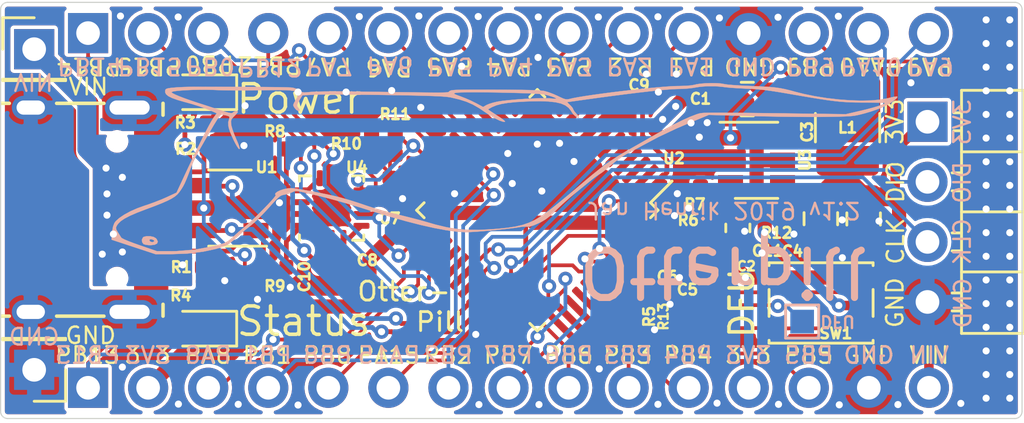
<source format=kicad_pcb>
(kicad_pcb (version 20171130) (host pcbnew 5.1.4+dfsg1-1)
  (layers (0 F.Cu signal hide) (31 B.Cu signal hide) (34 B.Paste user) (35 F.Paste user) (36 B.SilkS user hide) (37 F.SilkS user) (38 B.Mask user) (39 F.Mask user) (44 Edge.Cuts user))
  (net 0 "")
  (net 1 GND)
  (net 2 "Net-(C3-Pad2)")
  (net 3 "Net-(C3-Pad1)")
  (net 4 +3V3)
  (net 5 "Net-(D1-Pad1)")
  (net 6 "Net-(D2-Pad1)")
  (net 7 "Net-(J1-PadA8)")
  (net 8 "Net-(J1-PadB8)")
  (net 9 "Net-(R6-Pad2)")
  (net 10 "Net-(U2-Pad7)")
  (net 11 "Net-(U2-Pad6)")
  (net 12 "Net-(U2-Pad5)")
  (net 13 "Net-(U2-Pad4)")
  (net 14 "Net-(U2-Pad3)")
  (net 15 SWCLK)
  (net 16 SWDIO)
  (net 17 CC2)
  (net 18 CC1)
  (net 19 "Net-(R8-Pad2)")
  (net 20 "Net-(R9-Pad2)")
  (net 21 INT_N)
  (net 22 SDA)
  (net 23 SCL)
  (net 24 "Net-(U4-Pad13)")
  (net 25 "Net-(U4-Pad12)")
  (net 26 USB_P)
  (net 27 USB_N)
  (net 28 VIN)
  (net 29 315)
  (net 30 314)
  (net 31 313)
  (net 32 311)
  (net 33 310)
  (net 34 39)
  (net 35 38)
  (net 36 37)
  (net 37 36)
  (net 38 35)
  (net 39 33)
  (net 40 32)
  (net 41 31)
  (net 42 413)
  (net 43 411)
  (net 44 410)
  (net 45 49)
  (net 46 48)
  (net 47 47)
  (net 48 46)
  (net 49 45)
  (net 50 44)
  (net 51 43)
  (net 52 41)
  (net 53 312)
  (net 54 "Net-(R12-Pad2)")
  (net 55 "Net-(J7-Pad1)")
  (net 56 "Net-(R13-Pad1)")
  (module Capacitor_SMD:C_0603_1608Metric (layer F.Cu) (at 51.18 29.34 270)
    (fp_text reference C2 (at 1.62 -0.36) (layer F.SilkS) (effects (font (size 0.4 0.4) (thickness 0.1))))
    (fp_text value "100n 50V")
    (pad 1 smd roundrect (at -0.7875 0 270) (size 0.875 0.95) (layers F.Cu F.Paste F.Mask) (net 28 VIN))
    (pad 2 smd roundrect (at 0.7875 0 270) (size 0.875 0.95) (layers F.Cu F.Paste F.Mask) (net 1 GND))
  )
  (module otter:PinHeader_1x04_P2.54mm_Horizontal (layer F.Cu) (at 59.2 24.85)
    (fp_text reference J5 hide)
    (fp_text value SWD)
    (pad 4 thru_hole oval (at 0 7.62) (size 1.7 1.7) (drill 1) (layers *.Cu *.Mask) (net 1 GND))
    (pad 3 thru_hole oval (at 0 5.08) (size 1.7 1.7) (drill 1) (layers *.Cu *.Mask) (net 15 SWCLK))
    (pad 2 thru_hole oval (at 0 2.54) (size 1.7 1.7) (drill 1) (layers *.Cu *.Mask) (net 16 SWDIO))
    (pad 1 thru_hole rect (at 0 0) (size 1.7 1.7) (drill 1) (layers *.Cu *.Mask) (net 4 +3V3))
  )
  (module Resistor_SMD:R_0402_1005Metric (layer F.Cu) (at 49.83 33.09 90)
    (fp_text reference R13 (at 0 -1.8 270) (layer F.SilkS) (effects (font (size 0.4 0.4) (thickness 0.1))))
    (fp_text value 100)
    (pad 1 smd roundrect (at -0.485 0 90) (size 0.59 0.64) (layers F.Cu F.Paste F.Mask) (net 56 "Net-(R13-Pad1)"))
    (pad 2 smd roundrect (at 0.485 0 90) (size 0.59 0.64) (layers F.Cu F.Paste F.Mask) (net 55 "Net-(J7-Pad1)"))
  )
  (module TestPoint:TestPoint_Pad_1.0x1.0mm (layer B.Cu) (at 53.9 33.3)
    (fp_text reference J7 hide)
    (fp_text value PAD)
    (pad 1 smd rect (at 0 0) (size 1 1) (layers B.Cu B.Mask) (net 55 "Net-(J7-Pad1)"))
  )
  (module Inductor_SMD:L_1210_3225Metric (layer F.Cu) (at 55.82 25.1 270)
    (fp_text reference L1 (at 0 0) (layer F.SilkS) (effects (font (size 0.45 0.45) (thickness 0.1125))))
    (fp_text value 4u7)
    (pad 1 smd roundrect (at -1.4 0 270) (size 1.25 2.65) (layers F.Cu F.Paste F.Mask) (roundrect_rratio 0.2) (net 2 "Net-(C3-Pad2)"))
    (pad 2 smd roundrect (at 1.4 0 270) (size 1.25 2.65) (layers F.Cu F.Paste F.Mask) (roundrect_rratio 0.2) (net 4 +3V3))
  )
  (module Capacitor_SMD:C_0805_2012Metric (layer F.Cu) (at 54.69 28.95 270)
    (fp_text reference C11 (at 1.36 2.25) (layer F.SilkS) (effects (font (size 0.45 0.45) (thickness 0.1125))))
    (fp_text value "10u 25V")
    (pad 1 smd roundrect (at -0.9375 0 270) (size 0.975 1.4) (layers F.Cu F.Paste F.Mask) (net 4 +3V3))
    (pad 2 smd roundrect (at 0.9375 0 270) (size 0.975 1.4) (layers F.Cu F.Paste F.Mask) (net 1 GND))
  )
  (module Resistor_SMD:R_0402_1005Metric (layer F.Cu) (at 52.8 28.75)
    (fp_text reference R12 (at 0.02 0.8) (layer F.SilkS) (effects (font (size 0.45 0.45) (thickness 0.1125))))
    (fp_text value 10k)
    (pad 1 smd roundrect (at -0.485 0) (size 0.59 0.64) (layers F.Cu F.Paste F.Mask) (net 28 VIN))
    (pad 2 smd roundrect (at 0.485 0) (size 0.59 0.64) (layers F.Cu F.Paste F.Mask) (net 54 "Net-(R12-Pad2)"))
  )
  (module Connector_PinHeader_2.54mm:PinHeader_1x01_P2.54mm_Vertical (layer F.Cu) (at 21.42 21.78)
    (fp_text reference J2 hide)
    (fp_text value VBUS)
    (pad 1 thru_hole rect (at 0 0) (size 1.7 1.7) (drill 1) (layers *.Cu *.Mask) (net 28 VIN))
  )
  (module Connector_PinHeader_2.54mm:PinHeader_1x01_P2.54mm_Vertical (layer F.Cu) (at 21.42 35.34 180)
    (fp_text reference J6 hide)
    (fp_text value GND)
    (pad 1 thru_hole rect (at 0 0 180) (size 1.7 1.7) (drill 1) (layers *.Cu *.Mask) (net 1 GND))
  )
  (module Package_QFP:LQFP-48_7x7mm_P0.5mm (layer F.Cu) (at 42.7 28.589949 225)
    (fp_text reference U2 (at -5.635605 -2.538549) (layer F.SilkS) (effects (font (size 0.45 0.45) (thickness 0.1125))))
    (fp_text value STM32F072C8Tx)
    (pad 1 smd roundrect (at -4.1625 -2.75 225) (size 1.475 0.3) (layers F.Cu F.Paste F.Mask) (net 4 +3V3))
    (pad 2 smd roundrect (at -4.1625 -2.25 225) (size 1.475 0.3) (layers F.Cu F.Paste F.Mask) (net 55 "Net-(J7-Pad1)"))
    (pad 3 smd roundrect (at -4.1625 -1.75 225) (size 1.475 0.3) (layers F.Cu F.Paste F.Mask) (net 14 "Net-(U2-Pad3)"))
    (pad 4 smd roundrect (at -4.1625 -1.249999 225) (size 1.475 0.3) (layers F.Cu F.Paste F.Mask) (net 13 "Net-(U2-Pad4)"))
    (pad 5 smd roundrect (at -4.1625 -0.75 225) (size 1.475 0.3) (layers F.Cu F.Paste F.Mask) (net 12 "Net-(U2-Pad5)"))
    (pad 6 smd roundrect (at -4.1625 -0.25 225) (size 1.475 0.3) (layers F.Cu F.Paste F.Mask) (net 11 "Net-(U2-Pad6)"))
    (pad 7 smd roundrect (at -4.1625 0.25 225) (size 1.475 0.3) (layers F.Cu F.Paste F.Mask) (net 10 "Net-(U2-Pad7)"))
    (pad 8 smd roundrect (at -4.1625 0.75 225) (size 1.475 0.3) (layers F.Cu F.Paste F.Mask) (net 1 GND))
    (pad 9 smd roundrect (at -4.1625 1.249999 225) (size 1.475 0.3) (layers F.Cu F.Paste F.Mask) (net 4 +3V3))
    (pad 10 smd roundrect (at -4.1625 1.75 225) (size 1.475 0.3) (layers F.Cu F.Paste F.Mask) (net 53 312))
    (pad 11 smd roundrect (at -4.1625 2.25 225) (size 1.475 0.3) (layers F.Cu F.Paste F.Mask) (net 32 311))
    (pad 12 smd roundrect (at -4.1625 2.75 225) (size 1.475 0.3) (layers F.Cu F.Paste F.Mask) (net 33 310))
    (pad 13 smd roundrect (at -2.75 4.1625 225) (size 0.3 1.475) (layers F.Cu F.Paste F.Mask) (net 34 39))
    (pad 14 smd roundrect (at -2.25 4.1625 225) (size 0.3 1.475) (layers F.Cu F.Paste F.Mask) (net 35 38))
    (pad 15 smd roundrect (at -1.75 4.1625 225) (size 0.3 1.475) (layers F.Cu F.Paste F.Mask) (net 36 37))
    (pad 16 smd roundrect (at -1.249999 4.1625 225) (size 0.3 1.475) (layers F.Cu F.Paste F.Mask) (net 37 36))
    (pad 17 smd roundrect (at -0.75 4.1625 225) (size 0.3 1.475) (layers F.Cu F.Paste F.Mask) (net 38 35))
    (pad 18 smd roundrect (at -0.25 4.1625 225) (size 0.3 1.475) (layers F.Cu F.Paste F.Mask) (net 39 33))
    (pad 19 smd roundrect (at 0.25 4.1625 225) (size 0.3 1.475) (layers F.Cu F.Paste F.Mask) (net 50 44))
    (pad 20 smd roundrect (at 0.75 4.1625 225) (size 0.3 1.475) (layers F.Cu F.Paste F.Mask) (net 47 47))
    (pad 21 smd roundrect (at 1.249999 4.1625 225) (size 0.3 1.475) (layers F.Cu F.Paste F.Mask) (net 23 SCL))
    (pad 22 smd roundrect (at 1.75 4.1625 225) (size 0.3 1.475) (layers F.Cu F.Paste F.Mask) (net 22 SDA))
    (pad 23 smd roundrect (at 2.25 4.1625 225) (size 0.3 1.475) (layers F.Cu F.Paste F.Mask) (net 1 GND))
    (pad 24 smd roundrect (at 2.75 4.1625 225) (size 0.3 1.475) (layers F.Cu F.Paste F.Mask) (net 4 +3V3))
    (pad 25 smd roundrect (at 4.1625 2.75 225) (size 1.475 0.3) (layers F.Cu F.Paste F.Mask) (net 21 INT_N))
    (pad 26 smd roundrect (at 4.1625 2.25 225) (size 1.475 0.3) (layers F.Cu F.Paste F.Mask) (net 52 41))
    (pad 27 smd roundrect (at 4.1625 1.75 225) (size 1.475 0.3) (layers F.Cu F.Paste F.Mask) (net 41 31))
    (pad 28 smd roundrect (at 4.1625 1.249999 225) (size 1.475 0.3) (layers F.Cu F.Paste F.Mask) (net 40 32))
    (pad 29 smd roundrect (at 4.1625 0.75 225) (size 1.475 0.3) (layers F.Cu F.Paste F.Mask) (net 51 43))
    (pad 30 smd roundrect (at 4.1625 0.25 225) (size 1.475 0.3) (layers F.Cu F.Paste F.Mask) (net 29 315))
    (pad 31 smd roundrect (at 4.1625 -0.25 225) (size 1.475 0.3) (layers F.Cu F.Paste F.Mask) (net 30 314))
    (pad 32 smd roundrect (at 4.1625 -0.75 225) (size 1.475 0.3) (layers F.Cu F.Paste F.Mask) (net 27 USB_N))
    (pad 33 smd roundrect (at 4.1625 -1.249999 225) (size 1.475 0.3) (layers F.Cu F.Paste F.Mask) (net 26 USB_P))
    (pad 34 smd roundrect (at 4.1625 -1.75 225) (size 1.475 0.3) (layers F.Cu F.Paste F.Mask) (net 16 SWDIO))
    (pad 35 smd roundrect (at 4.1625 -2.25 225) (size 1.475 0.3) (layers F.Cu F.Paste F.Mask) (net 1 GND))
    (pad 36 smd roundrect (at 4.1625 -2.75 225) (size 1.475 0.3) (layers F.Cu F.Paste F.Mask) (net 4 +3V3))
    (pad 37 smd roundrect (at 2.75 -4.1625 225) (size 0.3 1.475) (layers F.Cu F.Paste F.Mask) (net 15 SWCLK))
    (pad 38 smd roundrect (at 2.25 -4.1625 225) (size 0.3 1.475) (layers F.Cu F.Paste F.Mask) (net 48 46))
    (pad 39 smd roundrect (at 1.75 -4.1625 225) (size 0.3 1.475) (layers F.Cu F.Paste F.Mask) (net 44 410))
    (pad 40 smd roundrect (at 1.249999 -4.1625 225) (size 0.3 1.475) (layers F.Cu F.Paste F.Mask) (net 43 411))
    (pad 41 smd roundrect (at 0.75 -4.1625 225) (size 0.3 1.475) (layers F.Cu F.Paste F.Mask) (net 42 413))
    (pad 42 smd roundrect (at 0.25 -4.1625 225) (size 0.3 1.475) (layers F.Cu F.Paste F.Mask) (net 45 49))
    (pad 43 smd roundrect (at -0.25 -4.1625 225) (size 0.3 1.475) (layers F.Cu F.Paste F.Mask) (net 46 48))
    (pad 44 smd roundrect (at -0.75 -4.1625 225) (size 0.3 1.475) (layers F.Cu F.Paste F.Mask) (net 55 "Net-(J7-Pad1)"))
    (pad 45 smd roundrect (at -1.249999 -4.1625 225) (size 0.3 1.475) (layers F.Cu F.Paste F.Mask) (net 49 45))
    (pad 46 smd roundrect (at -1.75 -4.1625 225) (size 0.3 1.475) (layers F.Cu F.Paste F.Mask) (net 31 313))
    (pad 47 smd roundrect (at -2.25 -4.1625 225) (size 0.3 1.475) (layers F.Cu F.Paste F.Mask) (net 1 GND))
    (pad 48 smd roundrect (at -2.75 -4.1625 225) (size 0.3 1.475) (layers F.Cu F.Paste F.Mask) (net 4 +3V3))
  )
  (module Connector_PinHeader_2.54mm:PinHeader_1x15_P2.54mm_Vertical (layer F.Cu) (at 23.7 21.1 90)
    (fp_text reference J3 hide)
    (fp_text value 1)
    (pad 15 thru_hole oval (at 0 35.56 90) (size 1.7 1.7) (drill 1) (layers *.Cu *.Mask) (net 29 315))
    (pad 14 thru_hole oval (at 0 33.02 90) (size 1.7 1.7) (drill 1) (layers *.Cu *.Mask) (net 30 314))
    (pad 13 thru_hole oval (at 0 30.48 90) (size 1.7 1.7) (drill 1) (layers *.Cu *.Mask) (net 31 313))
    (pad 12 thru_hole oval (at 0 27.94 90) (size 1.7 1.7) (drill 1) (layers *.Cu *.Mask) (net 1 GND))
    (pad 11 thru_hole oval (at 0 25.4 90) (size 1.7 1.7) (drill 1) (layers *.Cu *.Mask) (net 32 311))
    (pad 10 thru_hole oval (at 0 22.86 90) (size 1.7 1.7) (drill 1) (layers *.Cu *.Mask) (net 33 310))
    (pad 9 thru_hole oval (at 0 20.32 90) (size 1.7 1.7) (drill 1) (layers *.Cu *.Mask) (net 34 39))
    (pad 8 thru_hole oval (at 0 17.78 90) (size 1.7 1.7) (drill 1) (layers *.Cu *.Mask) (net 35 38))
    (pad 7 thru_hole oval (at 0 15.24 90) (size 1.7 1.7) (drill 1) (layers *.Cu *.Mask) (net 36 37))
    (pad 6 thru_hole oval (at 0 12.7 90) (size 1.7 1.7) (drill 1) (layers *.Cu *.Mask) (net 37 36))
    (pad 5 thru_hole oval (at 0 10.16 90) (size 1.7 1.7) (drill 1) (layers *.Cu *.Mask) (net 38 35))
    (pad 4 thru_hole oval (at 0 7.62 90) (size 1.7 1.7) (drill 1) (layers *.Cu *.Mask) (net 21 INT_N))
    (pad 3 thru_hole oval (at 0 5.08 90) (size 1.7 1.7) (drill 1) (layers *.Cu *.Mask) (net 39 33))
    (pad 2 thru_hole oval (at 0 2.54 90) (size 1.7 1.7) (drill 1) (layers *.Cu *.Mask) (net 40 32))
    (pad 1 thru_hole rect (at 0 0 90) (size 1.7 1.7) (drill 1) (layers *.Cu *.Mask) (net 41 31))
  )
  (module Connector_PinHeader_2.54mm:PinHeader_1x15_P2.54mm_Vertical (layer F.Cu) (at 23.7 36.1 90)
    (fp_text reference J4 hide)
    (fp_text value 2)
    (pad 15 thru_hole oval (at 0 35.56 90) (size 1.7 1.7) (drill 1) (layers *.Cu *.Mask) (net 28 VIN))
    (pad 14 thru_hole oval (at 0 33.02 90) (size 1.7 1.7) (drill 1) (layers *.Cu *.Mask) (net 1 GND))
    (pad 13 thru_hole oval (at 0 30.48 90) (size 1.7 1.7) (drill 1) (layers *.Cu *.Mask) (net 42 413))
    (pad 12 thru_hole oval (at 0 27.94 90) (size 1.7 1.7) (drill 1) (layers *.Cu *.Mask) (net 4 +3V3))
    (pad 11 thru_hole oval (at 0 25.4 90) (size 1.7 1.7) (drill 1) (layers *.Cu *.Mask) (net 43 411))
    (pad 10 thru_hole oval (at 0 22.86 90) (size 1.7 1.7) (drill 1) (layers *.Cu *.Mask) (net 44 410))
    (pad 9 thru_hole oval (at 0 20.32 90) (size 1.7 1.7) (drill 1) (layers *.Cu *.Mask) (net 45 49))
    (pad 8 thru_hole oval (at 0 17.78 90) (size 1.7 1.7) (drill 1) (layers *.Cu *.Mask) (net 46 48))
    (pad 7 thru_hole oval (at 0 15.24 90) (size 1.7 1.7) (drill 1) (layers *.Cu *.Mask) (net 47 47))
    (pad 6 thru_hole oval (at 0 12.7 90) (size 1.7 1.7) (drill 1) (layers *.Cu *.Mask) (net 48 46))
    (pad 5 thru_hole oval (at 0 10.16 90) (size 1.7 1.7) (drill 1) (layers *.Cu *.Mask) (net 49 45))
    (pad 4 thru_hole oval (at 0 7.62 90) (size 1.7 1.7) (drill 1) (layers *.Cu *.Mask) (net 50 44))
    (pad 3 thru_hole oval (at 0 5.08 90) (size 1.7 1.7) (drill 1) (layers *.Cu *.Mask) (net 51 43))
    (pad 2 thru_hole oval (at 0 2.54 90) (size 1.7 1.7) (drill 1) (layers *.Cu *.Mask) (net 4 +3V3))
    (pad 1 thru_hole rect (at 0 0 90) (size 1.7 1.7) (drill 1) (layers *.Cu *.Mask) (net 52 41))
  )
  (module Button_Switch_SMD:SW_SPST_PTS810 (layer F.Cu) (at 54.7 32.512 180)
    (fp_text reference SW1 (at -0.625 -1.288 180) (layer F.SilkS) (effects (font (size 0.45 0.45) (thickness 0.1125))))
    (fp_text value SW_Push)
    (pad 2 smd rect (at 2.075 1.075 180) (size 1.05 0.65) (layers F.Cu F.Paste F.Mask) (net 4 +3V3))
    (pad 2 smd rect (at -2.075 1.075 180) (size 1.05 0.65) (layers F.Cu F.Paste F.Mask) (net 4 +3V3))
    (pad 1 smd rect (at 2.075 -1.075 180) (size 1.05 0.65) (layers F.Cu F.Paste F.Mask) (net 56 "Net-(R13-Pad1)"))
    (pad 1 smd rect (at -2.075 -1.075 180) (size 1.05 0.65) (layers F.Cu F.Paste F.Mask) (net 56 "Net-(R13-Pad1)"))
  )
  (module Capacitor_SMD:C_0402_1005Metric (layer F.Cu) (at 33.6 31.4 270)
    (fp_text reference C10 (at 0 0.75 90) (layer F.SilkS) (effects (font (size 0.45 0.45) (thickness 0.1125))))
    (fp_text value "100n 50V")
    (pad 2 smd roundrect (at 0.485 0 270) (size 0.59 0.64) (layers F.Cu F.Paste F.Mask) (net 1 GND))
    (pad 1 smd roundrect (at -0.485 0 270) (size 0.59 0.64) (layers F.Cu F.Paste F.Mask) (net 28 VIN))
  )
  (module Capacitor_SMD:C_0402_1005Metric (layer F.Cu) (at 46.1 23.8 315)
    (fp_text reference C9 (at 0.282843 -0.989949 180) (layer F.SilkS) (effects (font (size 0.45 0.45) (thickness 0.1125))))
    (fp_text value "100n 50V")
    (pad 2 smd roundrect (at 0.485 0 315) (size 0.59 0.64) (layers F.Cu F.Paste F.Mask) (net 1 GND))
    (pad 1 smd roundrect (at -0.485 0 315) (size 0.59 0.64) (layers F.Cu F.Paste F.Mask) (net 4 +3V3))
  )
  (module Capacitor_SMD:C_0402_1005Metric (layer F.Cu) (at 34.6 31.4 270)
    (fp_text reference C8 (at -0.69 -0.91 180) (layer F.SilkS) (effects (font (size 0.45 0.45) (thickness 0.1125))))
    (fp_text value "100n 50V")
    (pad 2 smd roundrect (at 0.485 0 270) (size 0.59 0.64) (layers F.Cu F.Paste F.Mask) (net 1 GND))
    (pad 1 smd roundrect (at -0.485 0 270) (size 0.59 0.64) (layers F.Cu F.Paste F.Mask) (net 4 +3V3))
  )
  (module Capacitor_SMD:C_0402_1005Metric (layer F.Cu) (at 36.47 27.7 270)
    (fp_text reference C7 (at 1.24 0.01 180) (layer F.SilkS) (effects (font (size 0.45 0.45) (thickness 0.1125))))
    (fp_text value "100n 50V")
    (pad 2 smd roundrect (at 0.485 0 270) (size 0.59 0.64) (layers F.Cu F.Paste F.Mask) (net 1 GND))
    (pad 1 smd roundrect (at -0.485 0 270) (size 0.59 0.64) (layers F.Cu F.Paste F.Mask) (net 4 +3V3))
  )
  (module Capacitor_SMD:C_0402_1005Metric (layer F.Cu) (at 48.92 30.255 270)
    (fp_text reference C6 (at 1.145 0.72 180) (layer F.SilkS) (effects (font (size 0.45 0.45) (thickness 0.1125))))
    (fp_text value "100n 50V")
    (pad 2 smd roundrect (at 0.485 0 270) (size 0.59 0.64) (layers F.Cu F.Paste F.Mask) (net 1 GND))
    (pad 1 smd roundrect (at -0.485 0 270) (size 0.59 0.64) (layers F.Cu F.Paste F.Mask) (net 4 +3V3))
  )
  (module Capacitor_SMD:C_0402_1005Metric (layer F.Cu) (at 49.93 31 270)
    (fp_text reference C5 (at 0.95 0.88 180) (layer F.SilkS) (effects (font (size 0.45 0.45) (thickness 0.1125))))
    (fp_text value "100n 50V")
    (pad 2 smd roundrect (at 0.485 0 270) (size 0.59 0.64) (layers F.Cu F.Paste F.Mask) (net 1 GND))
    (pad 1 smd roundrect (at -0.485 0 270) (size 0.59 0.64) (layers F.Cu F.Paste F.Mask) (net 4 +3V3))
  )
  (module Capacitor_SMD:C_0402_1005Metric (layer F.Cu) (at 53.72 23.87 270)
    (fp_text reference C3 (at 1.41 -0.39 270) (layer F.SilkS) (effects (font (size 0.45 0.45) (thickness 0.1125))))
    (fp_text value "100n 50V")
    (pad 2 smd roundrect (at 0.485 0 270) (size 0.59 0.64) (layers F.Cu F.Paste F.Mask) (net 2 "Net-(C3-Pad2)"))
    (pad 1 smd roundrect (at -0.485 0 270) (size 0.59 0.64) (layers F.Cu F.Paste F.Mask) (net 3 "Net-(C3-Pad1)"))
  )
  (module Resistor_SMD:R_0402_1005Metric (layer F.Cu) (at 36.69 25.770001 90)
    (fp_text reference R11 (at 1.240001 0 180) (layer F.SilkS) (effects (font (size 0.45 0.45) (thickness 0.1125))))
    (fp_text value 3k3)
    (pad 2 smd roundrect (at 0.485 0 90) (size 0.59 0.64) (layers F.Cu F.Paste F.Mask) (net 22 SDA))
    (pad 1 smd roundrect (at -0.485 0 90) (size 0.59 0.64) (layers F.Cu F.Paste F.Mask) (net 4 +3V3))
  )
  (module Resistor_SMD:R_0402_1005Metric (layer F.Cu) (at 35.69 25.770001 90)
    (fp_text reference R10 (at -0.009999 -1.07 -180) (layer F.SilkS) (effects (font (size 0.45 0.45) (thickness 0.1125))))
    (fp_text value 3k3)
    (pad 2 smd roundrect (at 0.485 0 90) (size 0.59 0.64) (layers F.Cu F.Paste F.Mask) (net 23 SCL))
    (pad 1 smd roundrect (at -0.485 0 90) (size 0.59 0.64) (layers F.Cu F.Paste F.Mask) (net 4 +3V3))
  )
  (module Resistor_SMD:R_0402_1005Metric (layer F.Cu) (at 31.6 31)
    (fp_text reference R9 (at 0 0.8) (layer F.SilkS) (effects (font (size 0.45 0.45) (thickness 0.1125))))
    (fp_text value 0)
    (pad 2 smd roundrect (at 0.485 0) (size 0.59 0.64) (layers F.Cu F.Paste F.Mask) (net 20 "Net-(R9-Pad2)"))
    (pad 1 smd roundrect (at -0.485 0) (size 0.59 0.64) (layers F.Cu F.Paste F.Mask) (net 17 CC2))
  )
  (module Resistor_SMD:R_0402_1005Metric (layer F.Cu) (at 31.6 26)
    (fp_text reference R8 (at 0 -0.74) (layer F.SilkS) (effects (font (size 0.45 0.45) (thickness 0.1125))))
    (fp_text value 0)
    (pad 2 smd roundrect (at 0.485 0) (size 0.59 0.64) (layers F.Cu F.Paste F.Mask) (net 19 "Net-(R8-Pad2)"))
    (pad 1 smd roundrect (at -0.485 0) (size 0.59 0.64) (layers F.Cu F.Paste F.Mask) (net 18 CC1))
  )
  (module Resistor_SMD:R_0402_1005Metric (layer F.Cu) (at 49.6 27.085 90)
    (fp_text reference R7 (at -1.255 -0.24 180) (layer F.SilkS) (effects (font (size 0.45 0.45) (thickness 0.1125))))
    (fp_text value 3k3)
    (pad 2 smd roundrect (at 0.485 0 90) (size 0.59 0.64) (layers F.Cu F.Paste F.Mask) (net 1 GND))
    (pad 1 smd roundrect (at -0.485 0 90) (size 0.59 0.64) (layers F.Cu F.Paste F.Mask) (net 9 "Net-(R6-Pad2)"))
  )
  (module Resistor_SMD:R_0402_1005Metric (layer F.Cu) (at 49.93 28.99 90)
    (fp_text reference R6 (at -0.02 -0.85 -180) (layer F.SilkS) (effects (font (size 0.45 0.45) (thickness 0.1125))))
    (fp_text value 10k)
    (pad 2 smd roundrect (at 0.485 0 90) (size 0.59 0.64) (layers F.Cu F.Paste F.Mask) (net 9 "Net-(R6-Pad2)"))
    (pad 1 smd roundrect (at -0.485 0 90) (size 0.59 0.64) (layers F.Cu F.Paste F.Mask) (net 4 +3V3))
  )
  (module Resistor_SMD:R_0402_1005Metric (layer F.Cu) (at 48.8 33.095 90)
    (fp_text reference R5 (at 0.005 -1.37 270) (layer F.SilkS) (effects (font (size 0.45 0.45) (thickness 0.1125))))
    (fp_text value 3k3)
    (pad 2 smd roundrect (at 0.485 0 90) (size 0.59 0.64) (layers F.Cu F.Paste F.Mask) (net 1 GND))
    (pad 1 smd roundrect (at -0.485 0 90) (size 0.59 0.64) (layers F.Cu F.Paste F.Mask) (net 55 "Net-(J7-Pad1)"))
  )
  (module Resistor_SMD:R_0402_1005Metric (layer F.Cu) (at 29 32.2)
    (fp_text reference R4 (at -1.38 0) (layer F.SilkS) (effects (font (size 0.45 0.45) (thickness 0.1125))))
    (fp_text value 3k3)
    (pad 2 smd roundrect (at 0.485 0) (size 0.59 0.64) (layers F.Cu F.Paste F.Mask) (net 1 GND))
    (pad 1 smd roundrect (at -0.485 0) (size 0.59 0.64) (layers F.Cu F.Paste F.Mask) (net 6 "Net-(D2-Pad1)"))
  )
  (module Resistor_SMD:R_0402_1005Metric (layer F.Cu) (at 29.2 24.9)
    (fp_text reference R3 (at -1.39 0) (layer F.SilkS) (effects (font (size 0.45 0.45) (thickness 0.1125))))
    (fp_text value 3k3)
    (pad 2 smd roundrect (at 0.485 0) (size 0.59 0.64) (layers F.Cu F.Paste F.Mask) (net 1 GND))
    (pad 1 smd roundrect (at -0.485 0) (size 0.59 0.64) (layers F.Cu F.Paste F.Mask) (net 5 "Net-(D1-Pad1)"))
  )
  (module Resistor_SMD:R_0402_1005Metric (layer F.Cu) (at 29.2 26 180)
    (fp_text reference R2 (at 1.37 0 180) (layer F.SilkS) (effects (font (size 0.45 0.45) (thickness 0.1125))))
    (fp_text value DNP)
    (pad 2 smd roundrect (at 0.485 0 180) (size 0.59 0.64) (layers F.Cu F.Paste F.Mask) (net 18 CC1))
    (pad 1 smd roundrect (at -0.485 0 180) (size 0.59 0.64) (layers F.Cu F.Paste F.Mask) (net 1 GND))
  )
  (module Resistor_SMD:R_0402_1005Metric (layer F.Cu) (at 29 31 180)
    (fp_text reference R1 (at 1.36 0 180) (layer F.SilkS) (effects (font (size 0.45 0.45) (thickness 0.1125))))
    (fp_text value DNP)
    (pad 2 smd roundrect (at 0.485 0 180) (size 0.59 0.64) (layers F.Cu F.Paste F.Mask) (net 17 CC2))
    (pad 1 smd roundrect (at -0.485 0 180) (size 0.59 0.64) (layers F.Cu F.Paste F.Mask) (net 1 GND))
  )
  (module Package_DFN_QFN:WQFN-14-1EP_2.5x2.5mm_P0.5mm_EP1.45x1.45mm (layer F.Cu) (at 34 28.5 90)
    (fp_text reference U4 (at 1.72 1.07 180) (layer F.SilkS) (effects (font (size 0.45 0.45) (thickness 0.1125))))
    (fp_text value FUSB302BMPX)
    (pad 14 smd roundrect (at -0.75 -1.2625 90) (size 0.25 0.675) (layers F.Cu F.Paste F.Mask) (net 20 "Net-(R9-Pad2)"))
    (pad 13 smd roundrect (at -0.25 -1.2625 90) (size 0.25 0.675) (layers F.Cu F.Paste F.Mask) (net 24 "Net-(U4-Pad13)"))
    (pad 12 smd roundrect (at 0.25 -1.2625 90) (size 0.25 0.675) (layers F.Cu F.Paste F.Mask) (net 25 "Net-(U4-Pad12)"))
    (pad 11 smd roundrect (at 0.75 -1.2625 90) (size 0.25 0.675) (layers F.Cu F.Paste F.Mask) (net 19 "Net-(R8-Pad2)"))
    (pad 10 smd roundrect (at 1.2625 -0.5 90) (size 0.675 0.25) (layers F.Cu F.Paste F.Mask) (net 19 "Net-(R8-Pad2)"))
    (pad 9 smd roundrect (at 1.2625 0 90) (size 0.675 0.25) (layers F.Cu F.Paste F.Mask) (net 1 GND))
    (pad 8 smd roundrect (at 1.2625 0.5 90) (size 0.675 0.25) (layers F.Cu F.Paste F.Mask) (net 1 GND))
    (pad 7 smd roundrect (at 0.75 1.2625 90) (size 0.25 0.675) (layers F.Cu F.Paste F.Mask) (net 22 SDA))
    (pad 6 smd roundrect (at 0.25 1.2625 90) (size 0.25 0.675) (layers F.Cu F.Paste F.Mask) (net 23 SCL))
    (pad 5 smd roundrect (at -0.25 1.2625 90) (size 0.25 0.675) (layers F.Cu F.Paste F.Mask) (net 21 INT_N))
    (pad 4 smd roundrect (at -0.75 1.2625 90) (size 0.25 0.675) (layers F.Cu F.Paste F.Mask) (net 4 +3V3))
    (pad 3 smd roundrect (at -1.2625 0.5 90) (size 0.675 0.25) (layers F.Cu F.Paste F.Mask) (net 4 +3V3))
    (pad 2 smd roundrect (at -1.2625 0 90) (size 0.675 0.25) (layers F.Cu F.Paste F.Mask) (net 28 VIN))
    (pad 1 smd roundrect (at -1.2625 -0.5 90) (size 0.675 0.25) (layers F.Cu F.Paste F.Mask) (net 20 "Net-(R9-Pad2)"))
    (pad 15 smd roundrect (at 0 0 90) (size 1.45 1.45) (layers F.Cu F.Mask) (roundrect_rratio 0.172414) (net 1 GND))
  )
  (module Package_TO_SOT_SMD:SOT-23-6 (layer F.Cu) (at 51.97 26.48)
    (fp_text reference U3 (at 2.05 0 -270) (layer F.SilkS) (effects (font (size 0.45 0.45) (thickness 0.1125))))
    (fp_text value SY8201)
    (pad 5 smd rect (at 1.1 0) (size 1.06 0.65) (layers F.Cu F.Paste F.Mask) (net 28 VIN))
    (pad 6 smd rect (at 1.1 -0.95) (size 1.06 0.65) (layers F.Cu F.Paste F.Mask) (net 2 "Net-(C3-Pad2)"))
    (pad 4 smd rect (at 1.1 0.95) (size 1.06 0.65) (layers F.Cu F.Paste F.Mask) (net 54 "Net-(R12-Pad2)"))
    (pad 3 smd rect (at -1.1 0.95) (size 1.06 0.65) (layers F.Cu F.Paste F.Mask) (net 9 "Net-(R6-Pad2)"))
    (pad 2 smd rect (at -1.1 0) (size 1.06 0.65) (layers F.Cu F.Paste F.Mask) (net 1 GND))
    (pad 1 smd rect (at -1.1 -0.95) (size 1.06 0.65) (layers F.Cu F.Paste F.Mask) (net 3 "Net-(C3-Pad1)"))
  )
  (module Package_TO_SOT_SMD:SOT-23-6 (layer F.Cu) (at 29.7 28.5 180)
    (fp_text reference U1 (at -1.55 1.725 180) (layer F.SilkS) (effects (font (size 0.45 0.45) (thickness 0.1125))))
    (fp_text value USBLC6-4)
    (pad 5 smd rect (at 1.1 0 180) (size 1.06 0.65) (layers F.Cu F.Paste F.Mask) (net 4 +3V3))
    (pad 6 smd rect (at 1.1 -0.95 180) (size 1.06 0.65) (layers F.Cu F.Paste F.Mask) (net 26 USB_P))
    (pad 4 smd rect (at 1.1 0.95 180) (size 1.06 0.65) (layers F.Cu F.Paste F.Mask) (net 27 USB_N))
    (pad 3 smd rect (at -1.1 0.95 180) (size 1.06 0.65) (layers F.Cu F.Paste F.Mask) (net 18 CC1))
    (pad 2 smd rect (at -1.1 0 180) (size 1.06 0.65) (layers F.Cu F.Paste F.Mask) (net 1 GND))
    (pad 1 smd rect (at -1.1 -0.95 180) (size 1.06 0.65) (layers F.Cu F.Paste F.Mask) (net 17 CC2))
  )
  (module "otter:USB-C 16Pin" (layer F.Cu) (at 26.369999 28.57 270)
    (fp_text reference J1 hide)
    (fp_text value USB-c)
    (pad S1 thru_hole oval (at -4.32 0.915 270) (size 1 2.1) (drill oval 0.6 1.7) (layers *.Cu *.Mask) (net 1 GND))
    (pad S1 thru_hole oval (at 4.32 0.915 270) (size 1 2.1) (drill oval 0.6 1.7) (layers *.Cu *.Mask) (net 1 GND))
    (pad S1 thru_hole oval (at -4.32 5.095 270) (size 1 1.6) (drill oval 0.6 1.2) (layers *.Cu *.Mask) (net 1 GND))
    (pad S1 thru_hole oval (at 4.32 5.095 270) (size 1 1.6) (drill oval 0.6 1.2) (layers *.Cu *.Mask) (net 1 GND))
    (pad "" np_thru_hole circle (at 2.89 1.445 270) (size 0.65 0.65) (drill 0.65) (layers *.Cu *.Mask))
    (pad "" np_thru_hole circle (at -2.89 1.445 270) (size 0.65 0.65) (drill 0.65) (layers *.Cu *.Mask))
    (pad B1 smd rect (at 3.2 0 270) (size 0.6 1.45) (layers F.Cu F.Paste F.Mask) (net 1 GND))
    (pad B4 smd rect (at 2.4 0 270) (size 0.6 1.45) (layers F.Cu F.Paste F.Mask) (net 28 VIN))
    (pad B5 smd rect (at 1.75 0 270) (size 0.3 1.45) (layers F.Cu F.Paste F.Mask) (net 17 CC2))
    (pad A8 smd rect (at 1.25 0 270) (size 0.3 1.45) (layers F.Cu F.Paste F.Mask) (net 7 "Net-(J1-PadA8)"))
    (pad B6 smd rect (at 0.75 0 270) (size 0.3 1.45) (layers F.Cu F.Paste F.Mask) (net 26 USB_P))
    (pad A7 smd rect (at 0.25 0 270) (size 0.3 1.45) (layers F.Cu F.Paste F.Mask) (net 27 USB_N))
    (pad A6 smd rect (at -0.25 0 270) (size 0.3 1.45) (layers F.Cu F.Paste F.Mask) (net 26 USB_P))
    (pad B7 smd rect (at -0.75 0 270) (size 0.3 1.45) (layers F.Cu F.Paste F.Mask) (net 27 USB_N))
    (pad A5 smd rect (at -1.25 0 270) (size 0.3 1.45) (layers F.Cu F.Paste F.Mask) (net 18 CC1))
    (pad B8 smd rect (at -1.75 0 270) (size 0.3 1.45) (layers F.Cu F.Paste F.Mask) (net 8 "Net-(J1-PadB8)"))
    (pad A4 smd rect (at -2.4 0 270) (size 0.6 1.45) (layers F.Cu F.Paste F.Mask) (net 28 VIN))
    (pad A1 smd rect (at -3.2 0 270) (size 0.6 1.45) (layers F.Cu F.Paste F.Mask) (net 1 GND))
  )
  (module LED_SMD:LED_0603_1608Metric (layer F.Cu) (at 28.5 33.6 180)
    (fp_text reference D2 hide)
    (fp_text value "LED GREEN")
    (pad 2 smd roundrect (at 0.7875 0 180) (size 0.875 0.95) (layers F.Cu F.Paste F.Mask) (net 52 41))
    (pad 1 smd roundrect (at -0.7875 0 180) (size 0.875 0.95) (layers F.Cu F.Paste F.Mask) (net 6 "Net-(D2-Pad1)"))
  )
  (module LED_SMD:LED_0603_1608Metric (layer F.Cu) (at 28.5 23.6 180)
    (fp_text reference D1 hide)
    (fp_text value "LED RED")
    (pad 2 smd roundrect (at 0.7875 0 180) (size 0.875 0.95) (layers F.Cu F.Paste F.Mask) (net 4 +3V3))
    (pad 1 smd roundrect (at -0.7875 0 180) (size 0.875 0.95) (layers F.Cu F.Paste F.Mask) (net 5 "Net-(D1-Pad1)"))
  )
  (module Capacitor_SMD:C_0805_2012Metric (layer F.Cu) (at 56.5 28.96 270)
    (fp_text reference C4 (at 1.37 3.01) (layer F.SilkS) (effects (font (size 0.45 0.45) (thickness 0.1125))))
    (fp_text value "10u 25V")
    (pad 2 smd roundrect (at 0.9375 0 270) (size 0.975 1.4) (layers F.Cu F.Paste F.Mask) (net 1 GND))
    (pad 1 smd roundrect (at -0.9375 0 270) (size 0.975 1.4) (layers F.Cu F.Paste F.Mask) (net 4 +3V3))
  )
  (module Capacitor_SMD:C_0805_2012Metric (layer F.Cu) (at 51.58 23.89 180)
    (fp_text reference C1 (at 1.98 0.01) (layer F.SilkS) (effects (font (size 0.45 0.45) (thickness 0.1125))))
    (fp_text value "10u 25V")
    (pad 2 smd roundrect (at 0.9375 0 180) (size 0.975 1.4) (layers F.Cu F.Paste F.Mask) (net 1 GND))
    (pad 1 smd roundrect (at -0.9375 0 180) (size 0.975 1.4) (layers F.Cu F.Paste F.Mask) (net 28 VIN))
  )
  (module otter:otter_laying_3411 (layer B.Cu) (at 41 26.81)
    (fp_text reference G*** hide)
    (fp_text value LOGO hide)
  )
  (gr_text "Otter-\n     Pill" (at 37.06 32.67) (layer F.SilkS) (effects (font (size 0.8 0.8) (thickness 0.12))))
  (gr_text 3V3 (at 57.82 24.84 90) (layer F.SilkS) (effects (font (size 0.7 0.7) (thickness 0.1))))
  (gr_text GND (at 21.42 33.95) (layer B.SilkS) (effects (font (size 0.7 0.7) (thickness 0.1)) (justify mirror)))
  (gr_text VIN (at 21.39 23.16 180) (layer B.SilkS) (effects (font (size 0.7 0.7) (thickness 0.1)) (justify mirror)))
  (gr_text VIN (at 23.71 23.37) (layer F.SilkS) (effects (font (size 0.7 0.7) (thickness 0.1))))
  (gr_text GND (at 23.81 33.89) (layer F.SilkS) (effects (font (size 0.7 0.7) (thickness 0.1))))
  (gr_text DFU (at 55.4 33.3 180) (layer B.SilkS) (effects (font (size 0.5 0.5) (thickness 0.1)) (justify mirror)))
  (gr_text "Otterpill\n" (at 50.59 31.19 180) (layer B.SilkS) (effects (font (size 2 2) (thickness 0.3)) (justify mirror)))
  (gr_text "Jan Henrik 2019 v1.2" (at 50.59 28.6 180) (layer B.SilkS) (effects (font (size 0.7 0.7) (thickness 0.1)) (justify mirror)))
  (gr_text 3V3 (at 60.67 24.87 90) (layer B.SilkS) (effects (font (size 0.7 0.7) (thickness 0.1)) (justify mirror)))
  (gr_text DIO (at 60.67 27.42 90) (layer B.SilkS) (effects (font (size 0.7 0.7) (thickness 0.1)) (justify mirror)))
  (gr_text CLK (at 60.67 29.92 90) (layer B.SilkS) (effects (font (size 0.7 0.7) (thickness 0.1)) (justify mirror)))
  (gr_text GND (at 60.695 32.52 90) (layer B.SilkS) (effects (font (size 0.7 0.7) (thickness 0.1)) (justify mirror)))
  (gr_text GND (at 51.725 22.5 180) (layer B.SilkS) (effects (font (size 0.7 0.7) (thickness 0.1)) (justify mirror)))
  (gr_text PB0 (at 28.875 22.5 180) (layer B.SilkS) (effects (font (size 0.7 0.7) (thickness 0.1)) (justify mirror)))
  (gr_text PB9 (at 54.275 22.5 180) (layer B.SilkS) (effects (font (size 0.7 0.7) (thickness 0.1)) (justify mirror)))
  (gr_text PB12 (at 31.4 22.55 180) (layer B.SilkS) (effects (font (size 0.7 0.7) (thickness 0.1)) (justify mirror)))
  (gr_text PA6 (at 36.475 22.45 180) (layer B.SilkS) (effects (font (size 0.7 0.7) (thickness 0.1)) (justify mirror)))
  (gr_text PA10 (at 56.825 22.5 180) (layer B.SilkS) (effects (font (size 0.7 0.7) (thickness 0.1)) (justify mirror)))
  (gr_text PA1 (at 49.2 22.5 180) (layer B.SilkS) (effects (font (size 0.7 0.7) (thickness 0.1)) (justify mirror)))
  (gr_text PA5 (at 39.025 22.5 180) (layer B.SilkS) (effects (font (size 0.7 0.7) (thickness 0.1)) (justify mirror)))
  (gr_text PB14 (at 23.775 22.5 180) (layer B.SilkS) (effects (font (size 0.7 0.7) (thickness 0.1)) (justify mirror)))
  (gr_text PA3 (at 44.075 22.5 180) (layer B.SilkS) (effects (font (size 0.7 0.7) (thickness 0.1)) (justify mirror)))
  (gr_text PA9 (at 59.325 22.5 180) (layer B.SilkS) (effects (font (size 0.7 0.7) (thickness 0.1)) (justify mirror)))
  (gr_text PB15 (at 26.325 22.5 180) (layer B.SilkS) (effects (font (size 0.7 0.7) (thickness 0.1)) (justify mirror)))
  (gr_text PA4 (at 41.55 22.5 180) (layer B.SilkS) (effects (font (size 0.7 0.7) (thickness 0.1)) (justify mirror)))
  (gr_text PA7 (at 33.9 22.5 180) (layer B.SilkS) (effects (font (size 0.7 0.7) (thickness 0.1)) (justify mirror)))
  (gr_text PA2 (at 46.6 22.5 180) (layer B.SilkS) (effects (font (size 0.7 0.7) (thickness 0.1)) (justify mirror)))
  (gr_text PB7 (at 41.475 34.725) (layer B.SilkS) (effects (font (size 0.7 0.7) (thickness 0.1)) (justify mirror)))
  (gr_text GND (at 56.725 34.725) (layer B.SilkS) (effects (font (size 0.7 0.7) (thickness 0.1)) (justify mirror)))
  (gr_text PB1 (at 31.275 34.725) (layer B.SilkS) (effects (font (size 0.7 0.7) (thickness 0.1)) (justify mirror)))
  (gr_text PA8 (at 28.775 34.725) (layer B.SilkS) (effects (font (size 0.7 0.7) (thickness 0.1)) (justify mirror)))
  (gr_text PB3 (at 46.525 34.725) (layer B.SilkS) (effects (font (size 0.7 0.7) (thickness 0.1)) (justify mirror)))
  (gr_text 3V3 (at 51.625 34.725) (layer B.SilkS) (effects (font (size 0.7 0.7) (thickness 0.1)) (justify mirror)))
  (gr_text PB5 (at 54.175 34.725) (layer B.SilkS) (effects (font (size 0.7 0.7) (thickness 0.1)) (justify mirror)))
  (gr_text PB4 (at 49.075 34.725) (layer B.SilkS) (effects (font (size 0.7 0.7) (thickness 0.1)) (justify mirror)))
  (gr_text PA15 (at 36.425 34.725) (layer B.SilkS) (effects (font (size 0.7 0.7) (thickness 0.1)) (justify mirror)))
  (gr_text PB2 (at 38.925 34.725) (layer B.SilkS) (effects (font (size 0.7 0.7) (thickness 0.1)) (justify mirror)))
  (gr_text VIN (at 59.275 34.725) (layer B.SilkS) (effects (font (size 0.7 0.7) (thickness 0.1)) (justify mirror)))
  (gr_text PB8 (at 33.825 34.725) (layer B.SilkS) (effects (font (size 0.7 0.7) (thickness 0.1)) (justify mirror)))
  (gr_text PB6 (at 44.025 34.725) (layer B.SilkS) (effects (font (size 0.7 0.7) (thickness 0.1)) (justify mirror)))
  (gr_text PB13 (at 23.675 34.725) (layer B.SilkS) (effects (font (size 0.7 0.7) (thickness 0.1)) (justify mirror)))
  (gr_text 3V3 (at 26.225 34.725) (layer B.SilkS) (effects (font (size 0.7 0.7) (thickness 0.1)) (justify mirror)))
  (gr_text PB0 (at 28.83 22.41 180) (layer F.SilkS) (effects (font (size 0.7 0.7) (thickness 0.1))))
  (gr_text PB14 (at 23.725 22.5 180) (layer F.SilkS) (effects (font (size 0.7 0.7) (thickness 0.1))))
  (gr_text PB15 (at 26.275 22.5 180) (layer F.SilkS) (effects (font (size 0.7 0.7) (thickness 0.1))))
  (gr_text PB12 (at 31.35 22.45 180) (layer F.SilkS) (effects (font (size 0.7 0.7) (thickness 0.1))))
  (gr_text PA7 (at 33.85 22.5 180) (layer F.SilkS) (effects (font (size 0.7 0.7) (thickness 0.1))))
  (gr_text PA6 (at 36.425 22.55 180) (layer F.SilkS) (effects (font (size 0.7 0.7) (thickness 0.1))))
  (gr_text PA5 (at 38.975 22.5 180) (layer F.SilkS) (effects (font (size 0.7 0.7) (thickness 0.1))))
  (gr_text PA4 (at 41.5 22.5 180) (layer F.SilkS) (effects (font (size 0.7 0.7) (thickness 0.1))))
  (gr_text PA3 (at 44.025 22.5 180) (layer F.SilkS) (effects (font (size 0.7 0.7) (thickness 0.1))))
  (gr_text PA2 (at 46.63 22.5 180) (layer F.SilkS) (effects (font (size 0.7 0.7) (thickness 0.1))))
  (gr_text PA1 (at 49.23 22.5 180) (layer F.SilkS) (effects (font (size 0.7 0.7) (thickness 0.1))))
  (gr_text GND (at 51.675 22.5 180) (layer F.SilkS) (effects (font (size 0.7 0.7) (thickness 0.1))))
  (gr_text PB9 (at 54.225 22.5 180) (layer F.SilkS) (effects (font (size 0.7 0.7) (thickness 0.1))))
  (gr_text PA10 (at 56.775 22.5 180) (layer F.SilkS) (effects (font (size 0.7 0.7) (thickness 0.1))))
  (gr_text PA9 (at 59.275 22.5 180) (layer F.SilkS) (effects (font (size 0.7 0.7) (thickness 0.1))))
  (gr_text VIN (at 59.275 34.725) (layer F.SilkS) (effects (font (size 0.7 0.7) (thickness 0.1))))
  (gr_text GND (at 56.725 34.725) (layer F.SilkS) (effects (font (size 0.7 0.7) (thickness 0.1))))
  (gr_text PB5 (at 54.175 34.725) (layer F.SilkS) (effects (font (size 0.7 0.7) (thickness 0.1))))
  (gr_text 3V3 (at 51.625 34.725) (layer F.SilkS) (effects (font (size 0.7 0.7) (thickness 0.1))))
  (gr_text PB4 (at 49.075 34.725) (layer F.SilkS) (effects (font (size 0.7 0.7) (thickness 0.1))))
  (gr_text PB3 (at 46.525 34.725) (layer F.SilkS) (effects (font (size 0.7 0.7) (thickness 0.1))))
  (gr_text PB6 (at 44.025 34.725) (layer F.SilkS) (effects (font (size 0.7 0.7) (thickness 0.1))))
  (gr_text PB7 (at 41.475 34.725) (layer F.SilkS) (effects (font (size 0.7 0.7) (thickness 0.1))))
  (gr_text PB2 (at 38.925 34.725) (layer F.SilkS) (effects (font (size 0.7 0.7) (thickness 0.1))))
  (gr_text PA15 (at 36.425 34.725) (layer F.SilkS) (effects (font (size 0.7 0.7) (thickness 0.1))))
  (gr_text PB8 (at 33.825 34.725) (layer F.SilkS) (effects (font (size 0.7 0.7) (thickness 0.1))))
  (gr_text PB1 (at 31.275 34.725) (layer F.SilkS) (effects (font (size 0.7 0.7) (thickness 0.1))))
  (gr_text PA8 (at 28.775 34.725) (layer F.SilkS) (effects (font (size 0.7 0.7) (thickness 0.1))))
  (gr_text PB13 (at 23.675 34.725) (layer F.SilkS) (effects (font (size 0.7 0.7) (thickness 0.1))))
  (gr_text 3V3 (at 26.225 34.725) (layer F.SilkS) (effects (font (size 0.7 0.7) (thickness 0.1))))
  (gr_text DIO (at 57.85 27.4 90) (layer F.SilkS) (effects (font (size 0.7 0.7) (thickness 0.1))))
  (gr_text CLK (at 57.85 29.9 90) (layer F.SilkS) (effects (font (size 0.7 0.7) (thickness 0.1))))
  (gr_text GND (at 57.825 32.5 90) (layer F.SilkS) (effects (font (size 0.7 0.7) (thickness 0.1))))
  (gr_text DFU (at 51.35 32.52 90) (layer F.SilkS) (effects (font (size 1 1))))
  (gr_text Status (at 29.89 33.29) (layer F.SilkS) (effects (font (size 1.2 1.2)) (justify left)))
  (gr_text Power (at 29.89 23.89) (layer F.SilkS) (effects (font (size 1.2 1.2)) (justify left)))
  (gr_arc (start 62.9 37.1) (end 62.9 37.4) (angle -90) (layer Edge.Cuts) (width 0.05))
  (gr_arc (start 62.9 20.1) (end 63.2 20.1) (angle -90) (layer Edge.Cuts) (width 0.05))
  (gr_arc (start 20.3 20.1) (end 20.3 19.8) (angle -90) (layer Edge.Cuts) (width 0.05))
  (gr_arc (start 20.3 37.1) (end 20 37.1) (angle -90) (layer Edge.Cuts) (width 0.05))
  (gr_line (start 20 37.1) (end 20 20.1) (layer Edge.Cuts) (width 0.05))
  (gr_line (start 62.9 37.4) (end 20.3 37.4) (layer Edge.Cuts) (width 0.05))
  (gr_line (start 63.2 20.1) (end 63.2 37.1) (layer Edge.Cuts) (width 0.05))
  (gr_line (start 20.3 19.8) (end 62.9 19.8) (layer Edge.Cuts) (width 0.05))
  (via (at 50.3 36.75) (size 0.6) (drill 0.3) (layers F.Cu B.Cu) (net 1))
  (via (at 52.9 36.8) (size 0.6) (drill 0.3) (layers F.Cu B.Cu) (net 1))
  (segment (start 34 27.2375) (end 34 28.5) (width 0.2) (layer F.Cu) (net 1))
  (segment (start 34.5 28) (end 34 28.5) (width 0.2) (layer F.Cu) (net 1))
  (segment (start 34.5 27.2375) (end 34.5 28) (width 0.2) (layer F.Cu) (net 1))
  (segment (start 25.454999 32.685) (end 26.369999 31.77) (width 0.4) (layer F.Cu) (net 1))
  (segment (start 25.454999 32.89) (end 25.454999 32.685) (width 0.4) (layer F.Cu) (net 1))
  (segment (start 26.369999 25.165) (end 25.454999 24.25) (width 0.4) (layer F.Cu) (net 1))
  (segment (start 26.369999 25.37) (end 26.369999 25.165) (width 0.4) (layer F.Cu) (net 1))
  (via (at 47.8 36.8) (size 0.6) (drill 0.3) (layers F.Cu B.Cu) (net 1))
  (segment (start 24.9425 32.89) (end 25.454999 32.89) (width 0.157) (layer F.Cu) (net 1))
  (via (at 39.5 22.5) (size 0.6) (drill 0.3) (layers F.Cu B.Cu) (net 1))
  (segment (start 50.76 26.48) (end 50.69299 26.41299) (width 0.6) (layer F.Cu) (net 1))
  (via (at 42.7 25.79701) (size 0.6) (drill 0.3) (layers F.Cu B.Cu) (net 1))
  (via (at 31.79299 28.275) (size 0.6) (drill 0.3) (layers F.Cu B.Cu) (net 1))
  (via (at 25.15 35.22551) (size 0.6) (drill 0.3) (layers F.Cu B.Cu) (net 1))
  (via (at 42.89 27.78) (size 0.6) (drill 0.3) (layers F.Cu B.Cu) (net 1))
  (via (at 44.25 26.53) (size 0.6) (drill 0.3) (layers F.Cu B.Cu) (net 1))
  (via (at 48.5 28.82) (size 0.6) (drill 0.3) (layers F.Cu B.Cu) (net 1))
  (via (at 48.71 31.44) (size 0.6) (drill 0.3) (layers F.Cu B.Cu) (net 1))
  (via (at 58.5 23.2) (size 0.6) (drill 0.3) (layers F.Cu B.Cu) (net 1))
  (via (at 48.62 27.89) (size 0.6) (drill 0.3) (layers F.Cu B.Cu) (net 1))
  (segment (start 48.644833 27.865167) (end 48.62 27.89) (width 0.6) (layer F.Cu) (net 1))
  (via (at 49.1 28.5) (size 0.6) (drill 0.3) (layers F.Cu B.Cu) (net 1))
  (via (at 51.47 29.48) (size 0.6) (drill 0.3) (layers F.Cu B.Cu) (net 1))
  (via (at 53.55 29.6) (size 0.6) (drill 0.3) (layers F.Cu B.Cu) (net 1))
  (via (at 52.2 30.4) (size 0.6) (drill 0.3) (layers F.Cu B.Cu) (net 1))
  (via (at 55.59 29) (size 0.6) (drill 0.3) (layers F.Cu B.Cu) (net 1))
  (via (at 57.15 29.05) (size 0.6) (drill 0.3) (layers F.Cu B.Cu) (net 1))
  (via (at 55.6 30.6) (size 0.6) (drill 0.3) (layers F.Cu B.Cu) (net 1))
  (segment (start 49.66 26.47) (end 49.89 26.47) (width 0.6) (layer F.Cu) (net 1))
  (segment (start 49.53 26.6) (end 49.66 26.47) (width 0.6) (layer F.Cu) (net 1))
  (segment (start 49.89 26.47) (end 49.89 26.312001) (width 0.6) (layer F.Cu) (net 1))
  (segment (start 50.057999 26.48) (end 49.89 26.312001) (width 0.6) (layer F.Cu) (net 1))
  (segment (start 50.76 26.48) (end 50.057999 26.48) (width 0.6) (layer F.Cu) (net 1))
  (segment (start 50.5425 24.228074) (end 50.5425 23.89) (width 0.6) (layer F.Cu) (net 1))
  (segment (start 49.89 26.312001) (end 49.882999 26.305) (width 0.6) (layer F.Cu) (net 1))
  (segment (start 49.882999 26.305) (end 49.882999 24.887575) (width 0.6) (layer F.Cu) (net 1))
  (segment (start 49.882999 24.887575) (end 50.5425 24.228074) (width 0.6) (layer F.Cu) (net 1))
  (via (at 43.64 25.76) (size 0.6) (drill 0.3) (layers F.Cu B.Cu) (net 1))
  (via (at 36.54 23.53) (size 0.6) (drill 0.3) (layers F.Cu B.Cu) (net 1))
  (via (at 37 28.1) (size 0.6) (drill 0.3) (layers F.Cu B.Cu) (net 1))
  (via (at 32.25 31.85) (size 0.6) (drill 0.3) (layers F.Cu B.Cu) (net 1))
  (via (at 29.48 31.57) (size 0.6) (drill 0.3) (layers F.Cu B.Cu) (net 1))
  (via (at 30.86551 32.36) (size 0.6) (drill 0.3) (layers F.Cu B.Cu) (net 1))
  (via (at 41.64 27.46) (size 0.6) (drill 0.3) (layers F.Cu B.Cu) (net 1))
  (via (at 41.45 26.19) (size 0.6) (drill 0.3) (layers F.Cu B.Cu) (net 1))
  (via (at 42.73 22.13) (size 0.6) (drill 0.3) (layers F.Cu B.Cu) (net 1))
  (via (at 40.095772 33.843328) (size 0.6) (drill 0.3) (layers F.Cu B.Cu) (net 1))
  (via (at 30.05 36.8) (size 0.6) (drill 0.3) (layers F.Cu B.Cu) (net 1))
  (via (at 39.2 27.89299) (size 0.6) (drill 0.3) (layers F.Cu B.Cu) (net 1))
  (via (at 30.292456 25.856973) (size 0.6) (drill 0.3) (layers F.Cu B.Cu) (net 1))
  (via (at 37.77 24.24299) (size 0.6) (drill 0.3) (layers F.Cu B.Cu) (net 1))
  (via (at 30.34 24.17) (size 0.6) (drill 0.3) (layers F.Cu B.Cu) (net 1))
  (segment (start 49.882999 24.887575) (end 49.882999 24.887575) (width 0.6) (layer F.Cu) (net 1))
  (via (at 49.882999 24.887575) (size 0.6) (drill 0.3) (layers F.Cu B.Cu) (net 1))
  (via (at 49.2 24.9) (size 0.6) (drill 0.3) (layers F.Cu B.Cu) (net 1))
  (via (at 49.55 25.5) (size 0.6) (drill 0.3) (layers F.Cu B.Cu) (net 1))
  (via (at 61.68 20.54) (size 0.6) (drill 0.3) (layers F.Cu B.Cu) (net 1))
  (via (at 62.68 20.54) (size 0.6) (drill 0.3) (layers F.Cu B.Cu) (net 1))
  (via (at 61.68 21.54) (size 0.6) (drill 0.3) (layers F.Cu B.Cu) (net 1))
  (via (at 62.68 21.54) (size 0.6) (drill 0.3) (layers F.Cu B.Cu) (net 1))
  (via (at 61.68 22.54) (size 0.6) (drill 0.3) (layers F.Cu B.Cu) (net 1))
  (via (at 62.68 22.54) (size 0.6) (drill 0.3) (layers F.Cu B.Cu) (net 1))
  (via (at 61.68 23.54) (size 0.6) (drill 0.3) (layers F.Cu B.Cu) (net 1))
  (via (at 62.68 23.54) (size 0.6) (drill 0.3) (layers F.Cu B.Cu) (net 1))
  (via (at 61.68 24.54) (size 0.6) (drill 0.3) (layers F.Cu B.Cu) (net 1))
  (via (at 62.68 24.54) (size 0.6) (drill 0.3) (layers F.Cu B.Cu) (net 1))
  (via (at 61.68 25.54) (size 0.6) (drill 0.3) (layers F.Cu B.Cu) (net 1))
  (via (at 62.68 25.54) (size 0.6) (drill 0.3) (layers F.Cu B.Cu) (net 1))
  (via (at 61.68 26.54) (size 0.6) (drill 0.3) (layers F.Cu B.Cu) (net 1))
  (via (at 62.68 26.54) (size 0.6) (drill 0.3) (layers F.Cu B.Cu) (net 1))
  (via (at 61.68 27.54) (size 0.6) (drill 0.3) (layers F.Cu B.Cu) (net 1))
  (via (at 62.68 27.54) (size 0.6) (drill 0.3) (layers F.Cu B.Cu) (net 1))
  (via (at 61.68 28.54) (size 0.6) (drill 0.3) (layers F.Cu B.Cu) (net 1))
  (via (at 62.68 28.54) (size 0.6) (drill 0.3) (layers F.Cu B.Cu) (net 1))
  (via (at 61.68 29.54) (size 0.6) (drill 0.3) (layers F.Cu B.Cu) (net 1))
  (via (at 62.68 29.54) (size 0.6) (drill 0.3) (layers F.Cu B.Cu) (net 1))
  (via (at 61.68 30.54) (size 0.6) (drill 0.3) (layers F.Cu B.Cu) (net 1))
  (via (at 62.68 30.54) (size 0.6) (drill 0.3) (layers F.Cu B.Cu) (net 1))
  (via (at 61.68 31.54) (size 0.6) (drill 0.3) (layers F.Cu B.Cu) (net 1))
  (via (at 62.68 31.54) (size 0.6) (drill 0.3) (layers F.Cu B.Cu) (net 1))
  (via (at 61.68 32.54) (size 0.6) (drill 0.3) (layers F.Cu B.Cu) (net 1))
  (via (at 62.68 32.54) (size 0.6) (drill 0.3) (layers F.Cu B.Cu) (net 1))
  (via (at 61.68 33.54) (size 0.6) (drill 0.3) (layers F.Cu B.Cu) (net 1))
  (via (at 62.68 33.54) (size 0.6) (drill 0.3) (layers F.Cu B.Cu) (net 1))
  (via (at 61.68 34.54) (size 0.6) (drill 0.3) (layers F.Cu B.Cu) (net 1))
  (via (at 62.68 34.54) (size 0.6) (drill 0.3) (layers F.Cu B.Cu) (net 1))
  (via (at 61.68 35.54) (size 0.6) (drill 0.3) (layers F.Cu B.Cu) (net 1))
  (via (at 62.68 35.54) (size 0.6) (drill 0.3) (layers F.Cu B.Cu) (net 1))
  (via (at 61.68 36.54) (size 0.6) (drill 0.3) (layers F.Cu B.Cu) (net 1))
  (via (at 62.68 36.54) (size 0.6) (drill 0.3) (layers F.Cu B.Cu) (net 1))
  (via (at 47.656337 33.643663) (size 0.6) (drill 0.3) (layers F.Cu B.Cu) (net 1))
  (via (at 48.312533 32.567179) (size 0.6) (drill 0.3) (layers F.Cu B.Cu) (net 1))
  (via (at 45.32 35.3) (size 0.6) (drill 0.3) (layers F.Cu B.Cu) (net 1))
  (via (at 32.58 23.594) (size 0.6) (drill 0.3) (layers F.Cu B.Cu) (net 1))
  (via (at 34.612 23.594) (size 0.6) (drill 0.3) (layers F.Cu B.Cu) (net 1))
  (via (at 47.312 22.832) (size 0.6) (drill 0.3) (layers F.Cu B.Cu) (net 1))
  (via (at 48.582 22.832) (size 0.6) (drill 0.3) (layers F.Cu B.Cu) (net 1))
  (via (at 47.82 23.594) (size 0.6) (drill 0.3) (layers F.Cu B.Cu) (net 1))
  (via (at 40.23 36.81) (size 0.6) (drill 0.3) (layers F.Cu B.Cu) (net 1))
  (via (at 42.77 36.81) (size 0.6) (drill 0.3) (layers F.Cu B.Cu) (net 1))
  (via (at 32.58 36.83) (size 0.6) (drill 0.3) (layers F.Cu B.Cu) (net 1))
  (via (at 27.52 36.79) (size 0.6) (drill 0.3) (layers F.Cu B.Cu) (net 1))
  (via (at 55.47 36.82) (size 0.6) (drill 0.3) (layers F.Cu B.Cu) (net 1))
  (via (at 57.95 36.81) (size 0.6) (drill 0.3) (layers F.Cu B.Cu) (net 1))
  (via (at 60.61 36.76) (size 0.6) (drill 0.3) (layers F.Cu B.Cu) (net 1))
  (via (at 55.43 20.39) (size 0.6) (drill 0.3) (layers F.Cu B.Cu) (net 1))
  (via (at 52.88 20.43) (size 0.6) (drill 0.3) (layers F.Cu B.Cu) (net 1))
  (via (at 50.4 20.46) (size 0.6) (drill 0.3) (layers F.Cu B.Cu) (net 1))
  (via (at 47.8 20.41) (size 0.6) (drill 0.3) (layers F.Cu B.Cu) (net 1))
  (via (at 45.28 20.42) (size 0.6) (drill 0.3) (layers F.Cu B.Cu) (net 1))
  (via (at 42.74 20.42) (size 0.6) (drill 0.3) (layers F.Cu B.Cu) (net 1))
  (via (at 40.2 20.4) (size 0.6) (drill 0.3) (layers F.Cu B.Cu) (net 1))
  (via (at 37.69 20.38) (size 0.6) (drill 0.3) (layers F.Cu B.Cu) (net 1))
  (via (at 35.17 20.4) (size 0.6) (drill 0.3) (layers F.Cu B.Cu) (net 1))
  (via (at 27.51 20.42) (size 0.6) (drill 0.3) (layers F.Cu B.Cu) (net 1))
  (via (at 25.07 20.38) (size 0.6) (drill 0.3) (layers F.Cu B.Cu) (net 1))
  (segment (start 53.72 24.77) (end 52.96 25.53) (width 0.2) (layer F.Cu) (net 2))
  (segment (start 53.72 24.355) (end 53.72 24.77) (width 0.2) (layer F.Cu) (net 2))
  (segment (start 50.76 25.53) (end 50.76 25.390684) (width 0.2) (layer F.Cu) (net 3))
  (segment (start 50.76 25.390685) (end 50.76 25.53) (width 0.2) (layer F.Cu) (net 3))
  (via (at 52.98 22.55) (size 0.6) (drill 0.3) (layers F.Cu B.Cu) (net 3))
  (segment (start 53.72 23.385) (end 53.72 23.29) (width 0.157) (layer F.Cu) (net 3))
  (segment (start 53.72 23.29) (end 52.98 22.55) (width 0.157) (layer F.Cu) (net 3))
  (via (at 50.87 25.53) (size 0.6) (drill 0.3) (layers F.Cu B.Cu) (net 3))
  (segment (start 52.98 22.55) (end 50.87 24.66) (width 0.157) (layer B.Cu) (net 3))
  (segment (start 50.87 24.66) (end 50.87 25.53) (width 0.157) (layer B.Cu) (net 3))
  (segment (start 27.69 34.65) (end 26.24 36.1) (width 0.6) (layer F.Cu) (net 4))
  (segment (start 42.201159 32.481159) (end 41.95 32.23) (width 0.2) (layer F.Cu) (net 4))
  (segment (start 42.21 30.99) (end 42.21 28.65) (width 0.2) (layer F.Cu) (net 4))
  (segment (start 34.5 30.815) (end 34.6 30.915) (width 0.2) (layer F.Cu) (net 4))
  (segment (start 41.95 31.25) (end 42.21 30.99) (width 0.2) (layer F.Cu) (net 4))
  (segment (start 41.701212 33.477825) (end 42.201159 32.977878) (width 0.2) (layer F.Cu) (net 4))
  (segment (start 47.64 27.92) (end 47.88 27.68) (width 0.6) (layer F.Cu) (net 4))
  (segment (start 27.7125 23.6) (end 27.4 23.6) (width 0.2) (layer F.Cu) (net 4))
  (segment (start 37.812124 27.903293) (end 38.278831 28.37) (width 0.2) (layer F.Cu) (net 4))
  (segment (start 35.385 30.915) (end 34.6 30.915) (width 0.2) (layer F.Cu) (net 4))
  (segment (start 41.95 32.23) (end 41.95 31.25) (width 0.2) (layer F.Cu) (net 4))
  (segment (start 38.278831 28.37) (end 38.439627 28.37) (width 0.2) (layer F.Cu) (net 4))
  (segment (start 29.78 34.65) (end 27.69 34.65) (width 0.6) (layer F.Cu) (net 4))
  (segment (start 47.64 28.65) (end 47.64 27.92) (width 0.6) (layer F.Cu) (net 4))
  (segment (start 35.599998 30.700002) (end 35.385 30.915) (width 0.2) (layer F.Cu) (net 4))
  (via (at 28.59299 28.5) (size 0.6) (drill 0.3) (layers F.Cu B.Cu) (net 4))
  (segment (start 34.5 29.7625) (end 34.5 30.815) (width 0.2) (layer F.Cu) (net 4))
  (segment (start 34.5 29.7625) (end 34.75 29.7625) (width 0.2) (layer F.Cu) (net 4))
  (segment (start 42.201159 32.977878) (end 42.201159 32.481159) (width 0.2) (layer F.Cu) (net 4))
  (segment (start 34.75 29.7625) (end 35.2625 29.25) (width 0.2) (layer F.Cu) (net 4))
  (segment (start 30.3 34.13) (end 29.78 34.65) (width 0.6) (layer F.Cu) (net 4))
  (segment (start 37.812124 27.591161) (end 37.812124 27.903293) (width 0.2) (layer F.Cu) (net 4))
  (segment (start 56.775 30.84201) (end 56.775 31.437) (width 0.6) (layer F.Cu) (net 4))
  (segment (start 57.456516 30.84201) (end 56.775 30.84201) (width 0.6) (layer F.Cu) (net 4))
  (segment (start 57.86701 30.431516) (end 57.456516 30.84201) (width 0.6) (layer F.Cu) (net 4))
  (segment (start 57.86701 29.90299) (end 57.86701 30.431516) (width 0.6) (layer F.Cu) (net 4))
  (segment (start 57.892999 29.877001) (end 57.86701 29.90299) (width 0.6) (layer F.Cu) (net 4))
  (segment (start 57.849999 28.038001) (end 58 28.188002) (width 0.6) (layer F.Cu) (net 4))
  (segment (start 58 29.195638) (end 57.892999 29.302639) (width 0.6) (layer F.Cu) (net 4))
  (segment (start 58 28.188002) (end 58 29.195638) (width 0.6) (layer F.Cu) (net 4))
  (segment (start 57.892999 29.302639) (end 57.892999 29.877001) (width 0.6) (layer F.Cu) (net 4))
  (segment (start 56.49 28.0125) (end 56.5 28.0225) (width 0.8) (layer F.Cu) (net 4))
  (segment (start 54.69 28.0125) (end 56.49 28.0125) (width 0.8) (layer F.Cu) (net 4))
  (segment (start 55.6 27.1025) (end 54.69 28.0125) (width 0.8) (layer F.Cu) (net 4))
  (segment (start 55.6 26.68) (end 55.6 27.1025) (width 0.8) (layer F.Cu) (net 4))
  (segment (start 55.6 27.1225) (end 56.5 28.0225) (width 0.8) (layer F.Cu) (net 4))
  (segment (start 55.6 26.68) (end 55.6 27.1225) (width 0.8) (layer F.Cu) (net 4))
  (segment (start 57.834498 28.0225) (end 57.849999 28.038001) (width 0.8) (layer F.Cu) (net 4))
  (segment (start 56.5 28.0225) (end 57.834498 28.0225) (width 0.8) (layer F.Cu) (net 4))
  (segment (start 36.47 26.475001) (end 36.69 26.255001) (width 0.157) (layer F.Cu) (net 4))
  (segment (start 36.47 27.215) (end 36.47 26.475001) (width 0.157) (layer F.Cu) (net 4))
  (segment (start 36.47 27.035001) (end 35.69 26.255001) (width 0.157) (layer F.Cu) (net 4))
  (segment (start 36.47 27.215) (end 36.47 27.035001) (width 0.157) (layer F.Cu) (net 4))
  (segment (start 35.599998 30.670002) (end 35.599998 30.700002) (width 0.6) (layer F.Cu) (net 4))
  (segment (start 38.439627 28.37) (end 37.9 28.37) (width 0.6) (layer F.Cu) (net 4))
  (segment (start 37.9 28.37) (end 35.599998 30.670002) (width 0.6) (layer F.Cu) (net 4))
  (segment (start 47.88 27.68) (end 48.087823 27.472177) (width 0.2) (layer F.Cu) (net 4))
  (segment (start 47.900008 27.591161) (end 47.587876 27.591161) (width 0.2) (layer F.Cu) (net 4))
  (segment (start 48.087823 27.403346) (end 47.900008 27.591161) (width 0.2) (layer F.Cu) (net 4))
  (segment (start 44.759449 24.762734) (end 45.35165 24.170533) (width 0.2) (layer F.Cu) (net 4))
  (segment (start 35.109677 32.662999) (end 31.767001 32.662999) (width 0.6) (layer F.Cu) (net 4))
  (segment (start 35.599998 32.172678) (end 35.109677 32.662999) (width 0.6) (layer F.Cu) (net 4))
  (segment (start 31.767001 32.662999) (end 30.3 34.13) (width 0.6) (layer F.Cu) (net 4))
  (segment (start 35.599998 30.700002) (end 35.599998 32.172678) (width 0.6) (layer F.Cu) (net 4))
  (segment (start 51.64 31.57697) (end 51.50003 31.437) (width 0.4) (layer B.Cu) (net 4))
  (via (at 51.50003 31.437) (size 0.6) (drill 0.3) (layers F.Cu B.Cu) (net 4))
  (segment (start 56.775 31.437) (end 51.50003 31.437) (width 0.6) (layer F.Cu) (net 4))
  (segment (start 51.64 36.1) (end 51.64 31.57697) (width 0.4) (layer B.Cu) (net 4))
  (segment (start 51.924294 31.437) (end 51.50003 31.437) (width 0.157) (layer F.Cu) (net 4))
  (segment (start 53.090532 31.437) (end 51.924294 31.437) (width 0.157) (layer F.Cu) (net 4))
  (segment (start 57.834498 26.06) (end 57.834498 28.0225) (width 0.4) (layer F.Cu) (net 4))
  (segment (start 59.2 24.85) (end 59.044498 24.85) (width 0.4) (layer F.Cu) (net 4))
  (segment (start 59.044498 24.85) (end 57.834498 26.06) (width 0.4) (layer F.Cu) (net 4))
  (segment (start 47.64 29.24) (end 47.64 28.65) (width 0.6) (layer F.Cu) (net 4))
  (segment (start 48.13 29.73) (end 47.64 29.24) (width 0.6) (layer F.Cu) (net 4))
  (segment (start 49.565 29.73) (end 48.13 29.73) (width 0.6) (layer F.Cu) (net 4))
  (segment (start 49.81 29.485) (end 49.565 29.73) (width 0.6) (layer F.Cu) (net 4))
  (segment (start 50.23 29.485) (end 49.81 29.485) (width 0.6) (layer F.Cu) (net 4))
  (segment (start 50.23 30.16697) (end 50.23 29.485) (width 0.6) (layer F.Cu) (net 4))
  (segment (start 49.265 29.77) (end 48.92 29.77) (width 0.6) (layer F.Cu) (net 4))
  (segment (start 49.93 30.435) (end 49.265 29.77) (width 0.6) (layer F.Cu) (net 4))
  (segment (start 49.93 29.605) (end 49.81 29.485) (width 0.6) (layer F.Cu) (net 4))
  (segment (start 28.59299 29.157254) (end 29.905736 30.47) (width 0.157) (layer B.Cu) (net 4))
  (segment (start 29.905736 30.47) (end 30.33 30.47) (width 0.157) (layer B.Cu) (net 4))
  (segment (start 28.59299 28.5) (end 28.59299 29.157254) (width 0.157) (layer B.Cu) (net 4))
  (via (at 30.33 30.47) (size 0.6) (drill 0.3) (layers F.Cu B.Cu) (net 4))
  (segment (start 30.33 34.1) (end 30.33 30.47) (width 0.157) (layer F.Cu) (net 4))
  (segment (start 30.3 34.13) (end 30.33 34.1) (width 0.157) (layer F.Cu) (net 4))
  (segment (start 37.812124 27.591161) (end 37.470963 27.25) (width 0.2) (layer F.Cu) (net 4))
  (segment (start 36.505 27.25) (end 36.47 27.215) (width 0.2) (layer F.Cu) (net 4))
  (segment (start 37.470963 27.25) (end 36.505 27.25) (width 0.2) (layer F.Cu) (net 4))
  (segment (start 38.775292 28.705665) (end 38.439627 28.37) (width 0.6) (layer F.Cu) (net 4))
  (segment (start 42.154335 28.705665) (end 38.775292 28.705665) (width 0.6) (layer F.Cu) (net 4))
  (segment (start 48.180077 26.99896) (end 48.180077 26.480077) (width 0.2) (layer F.Cu) (net 4))
  (segment (start 47.587876 27.591161) (end 48.180077 26.99896) (width 0.2) (layer F.Cu) (net 4))
  (segment (start 48.180077 26.480077) (end 47.15 25.45) (width 0.2) (layer F.Cu) (net 4))
  (segment (start 47.15 25.45) (end 47.15 23.85) (width 0.2) (layer F.Cu) (net 4))
  (segment (start 46.757053 23.457053) (end 45.757053 23.457053) (width 0.2) (layer F.Cu) (net 4))
  (segment (start 47.15 23.85) (end 46.757053 23.457053) (width 0.2) (layer F.Cu) (net 4))
  (segment (start 45.757053 23.76513) (end 45.757053 23.457053) (width 0.2) (layer F.Cu) (net 4))
  (segment (start 44.759449 24.762734) (end 45.757053 23.76513) (width 0.2) (layer F.Cu) (net 4))
  (via (at 27.794282 25.816292) (size 0.6) (drill 0.3) (layers F.Cu B.Cu) (net 4))
  (segment (start 28.59299 26.615) (end 28.094281 26.116291) (width 0.157) (layer B.Cu) (net 4))
  (segment (start 27.775 23.675) (end 27.794282 23.694282) (width 0.2) (layer F.Cu) (net 4))
  (segment (start 28.59299 28.5) (end 28.59299 26.615) (width 0.157) (layer B.Cu) (net 4))
  (segment (start 27.794282 25.392028) (end 27.794282 25.816292) (width 0.2) (layer F.Cu) (net 4))
  (segment (start 27.794282 23.694282) (end 27.794282 25.392028) (width 0.2) (layer F.Cu) (net 4))
  (segment (start 28.094281 26.116291) (end 27.794282 25.816292) (width 0.157) (layer B.Cu) (net 4))
  (segment (start 47.64 28.45) (end 47.120237 28.969762) (width 0.6) (layer F.Cu) (net 4))
  (segment (start 47.64 28.65) (end 47.64 28.45) (width 0.6) (layer F.Cu) (net 4))
  (segment (start 42.56867 29.12) (end 42.154335 28.705665) (width 0.6) (layer F.Cu) (net 4))
  (segment (start 47.120237 28.969762) (end 47.039265 28.88879) (width 0.6) (layer F.Cu) (net 4))
  (segment (start 46.367319 29.12) (end 42.56867 29.12) (width 0.6) (layer F.Cu) (net 4))
  (segment (start 47.039265 28.88879) (end 46.598529 28.88879) (width 0.6) (layer F.Cu) (net 4))
  (segment (start 46.598529 28.88879) (end 46.367319 29.12) (width 0.6) (layer F.Cu) (net 4))
  (segment (start 49.93 30.435) (end 49.93 29.605) (width 0.6) (layer F.Cu) (net 4))
  (segment (start 50.134908 30.515) (end 49.93 30.515) (width 0.6) (layer F.Cu) (net 4))
  (segment (start 50.756909 31.137001) (end 50.134908 30.515) (width 0.6) (layer F.Cu) (net 4))
  (segment (start 51.200031 31.137001) (end 50.756909 31.137001) (width 0.6) (layer F.Cu) (net 4))
  (segment (start 51.50003 31.437) (end 51.200031 31.137001) (width 0.6) (layer F.Cu) (net 4))
  (segment (start 29.2875 24.3275) (end 28.715 24.9) (width 0.2) (layer F.Cu) (net 5))
  (segment (start 29.2875 23.6) (end 29.2875 24.3275) (width 0.2) (layer F.Cu) (net 5))
  (segment (start 29.2875 32.9725) (end 28.515 32.2) (width 0.2) (layer F.Cu) (net 6))
  (segment (start 29.2875 33.6) (end 29.2875 32.9725) (width 0.2) (layer F.Cu) (net 6))
  (segment (start 49.93 28.37) (end 49.93 28.505) (width 0.2) (layer F.Cu) (net 9))
  (segment (start 49.58 27.62) (end 50.57 27.62) (width 0.2) (layer F.Cu) (net 9))
  (segment (start 49.54 27.58) (end 49.58 27.62) (width 0.2) (layer F.Cu) (net 9))
  (segment (start 50.57 27.62) (end 50.76 27.43) (width 0.2) (layer F.Cu) (net 9))
  (segment (start 50.76 27.43) (end 50.76 27.54) (width 0.2) (layer F.Cu) (net 9))
  (segment (start 50.76 27.54) (end 49.93 28.37) (width 0.2) (layer F.Cu) (net 9))
  (via (at 43.19679 31.800901) (size 0.6) (drill 0.3) (layers F.Cu B.Cu) (net 15))
  (segment (start 43.698788 33.477825) (end 43.164691 32.943728) (width 0.157) (layer F.Cu) (net 15))
  (segment (start 43.164691 32.943728) (end 43.164691 31.833) (width 0.157) (layer F.Cu) (net 15))
  (segment (start 43.164691 31.833) (end 43.19679 31.800901) (width 0.157) (layer F.Cu) (net 15))
  (segment (start 45.980201 27.202033) (end 43.19679 29.985444) (width 0.157) (layer B.Cu) (net 15))
  (segment (start 56.472033 27.202033) (end 45.980201 27.202033) (width 0.157) (layer B.Cu) (net 15))
  (segment (start 59.2 29.93) (end 56.472033 27.202033) (width 0.157) (layer B.Cu) (net 15))
  (segment (start 43.19679 31.376637) (end 43.19679 31.800901) (width 0.157) (layer B.Cu) (net 15))
  (segment (start 43.19679 29.985444) (end 43.19679 31.376637) (width 0.157) (layer B.Cu) (net 15))
  (segment (start 41.010273 32.638134) (end 40.401604 33.246803) (width 0.157) (layer F.Cu) (net 16))
  (segment (start 41.126688 32.638134) (end 41.010273 32.638134) (width 0.157) (layer F.Cu) (net 16))
  (segment (start 41.588375 32.176448) (end 41.588375 31.212267) (width 0.157) (layer F.Cu) (net 16))
  (via (at 41.588375 30.788003) (size 0.6) (drill 0.3) (layers F.Cu B.Cu) (net 16))
  (segment (start 41.588375 31.212267) (end 41.588375 30.788003) (width 0.157) (layer F.Cu) (net 16))
  (segment (start 40.994105 32.770718) (end 41.588375 32.176448) (width 0.157) (layer F.Cu) (net 16))
  (segment (start 57.997919 27.39) (end 57.495941 26.888022) (width 0.157) (layer B.Cu) (net 16))
  (segment (start 59.2 27.39) (end 57.997919 27.39) (width 0.157) (layer B.Cu) (net 16))
  (segment (start 57.495941 26.888022) (end 45.850134 26.888022) (width 0.157) (layer B.Cu) (net 16))
  (segment (start 45.850134 26.888022) (end 41.950153 30.788003) (width 0.157) (layer B.Cu) (net 16))
  (segment (start 41.950153 30.788003) (end 41.588375 30.788003) (width 0.157) (layer B.Cu) (net 16))
  (segment (start 27.294999 30.32) (end 26.369999 30.32) (width 0.2) (layer F.Cu) (net 17))
  (segment (start 28.4 30.34) (end 28.38 30.32) (width 0.2) (layer F.Cu) (net 17))
  (segment (start 28.4 31.0125) (end 28.4 30.34) (width 0.2) (layer F.Cu) (net 17))
  (segment (start 28.38 30.32) (end 27.294999 30.32) (width 0.2) (layer F.Cu) (net 17))
  (segment (start 31.115 29.765) (end 30.8 29.45) (width 0.2) (layer F.Cu) (net 17))
  (segment (start 31.115 31) (end 31.115 29.765) (width 0.2) (layer F.Cu) (net 17))
  (segment (start 30.030638 29.975) (end 29.685638 30.32) (width 0.2) (layer F.Cu) (net 17))
  (segment (start 30.595 29.45) (end 30.07 29.975) (width 0.2) (layer F.Cu) (net 17))
  (segment (start 30.8 29.45) (end 30.595 29.45) (width 0.2) (layer F.Cu) (net 17))
  (segment (start 29.685638 30.32) (end 28.38 30.32) (width 0.2) (layer F.Cu) (net 17))
  (segment (start 30.07 29.975) (end 30.030638 29.975) (width 0.2) (layer F.Cu) (net 17))
  (segment (start 28.6 26.9) (end 28.6 26.0875) (width 0.2) (layer F.Cu) (net 18))
  (segment (start 28.624999 26.924999) (end 28.6 26.9) (width 0.2) (layer F.Cu) (net 18))
  (segment (start 31.115 27.235) (end 30.8 27.55) (width 0.2) (layer F.Cu) (net 18))
  (segment (start 31.115 26) (end 31.115 27.235) (width 0.2) (layer F.Cu) (net 18))
  (segment (start 30.595 27.55) (end 29.969999 26.924999) (width 0.2) (layer F.Cu) (net 18))
  (segment (start 29.969999 26.924999) (end 29.549363 26.924999) (width 0.2) (layer F.Cu) (net 18))
  (segment (start 30.8 27.55) (end 30.595 27.55) (width 0.2) (layer F.Cu) (net 18))
  (segment (start 29.549363 26.924999) (end 28.624999 26.924999) (width 0.2) (layer F.Cu) (net 18))
  (segment (start 27.512398 27.32) (end 27.294999 27.32) (width 0.2) (layer F.Cu) (net 18))
  (segment (start 27.864399 26.967999) (end 27.512398 27.32) (width 0.2) (layer F.Cu) (net 18))
  (segment (start 28.581999 26.967999) (end 27.864399 26.967999) (width 0.2) (layer F.Cu) (net 18))
  (segment (start 27.294999 27.32) (end 26.369999 27.32) (width 0.2) (layer F.Cu) (net 18))
  (segment (start 28.624999 26.924999) (end 28.581999 26.967999) (width 0.2) (layer F.Cu) (net 18))
  (segment (start 32.9875 27.75) (end 32.7375 27.75) (width 0.2) (layer F.Cu) (net 19))
  (segment (start 33.5 27.2375) (end 32.9875 27.75) (width 0.2) (layer F.Cu) (net 19))
  (segment (start 32.3 27.75) (end 32.7375 27.75) (width 0.2) (layer F.Cu) (net 19))
  (segment (start 32.085 26) (end 32.085 27.535) (width 0.2) (layer F.Cu) (net 19))
  (segment (start 32.085 27.535) (end 32.3 27.75) (width 0.2) (layer F.Cu) (net 19))
  (segment (start 33.25 29.7625) (end 32.7375 29.25) (width 0.2) (layer F.Cu) (net 20))
  (segment (start 33.5 29.7625) (end 33.25 29.7625) (width 0.2) (layer F.Cu) (net 20))
  (segment (start 32.54179 29.44571) (end 32.7375 29.25) (width 0.2) (layer F.Cu) (net 20))
  (segment (start 32.085 29.9025) (end 32.54179 29.44571) (width 0.2) (layer F.Cu) (net 20))
  (segment (start 32.085 31) (end 32.085 29.9025) (width 0.2) (layer F.Cu) (net 20))
  (segment (start 31.4 21.18) (end 31.32 21.1) (width 0.157) (layer B.Cu) (net 21))
  (via (at 36.014007 28.902422) (size 0.6) (drill 0.3) (layers F.Cu B.Cu) (net 21))
  (segment (start 35.861585 28.75) (end 36.014007 28.902422) (width 0.2) (layer F.Cu) (net 21))
  (segment (start 35.2625 28.75) (end 35.861585 28.75) (width 0.2) (layer F.Cu) (net 21))
  (segment (start 36.890574 30.510287) (end 36.830287 30.510287) (width 0.157) (layer F.Cu) (net 21))
  (segment (start 36.014007 28.902422) (end 36.014007 29.694007) (width 0.157) (layer B.Cu) (net 21))
  (segment (start 37.812124 29.588737) (end 36.890574 30.510287) (width 0.157) (layer F.Cu) (net 21))
  (via (at 36.830287 30.510287) (size 0.6) (drill 0.3) (layers F.Cu B.Cu) (net 21))
  (segment (start 36.530288 30.210288) (end 36.830287 30.510287) (width 0.157) (layer B.Cu) (net 21))
  (segment (start 36.014007 29.694007) (end 36.530288 30.210288) (width 0.157) (layer B.Cu) (net 21))
  (via (at 34.07 26.2) (size 0.6) (drill 0.3) (layers F.Cu B.Cu) (net 21))
  (segment (start 33.770001 25.900001) (end 34.07 26.2) (width 0.157) (layer F.Cu) (net 21))
  (segment (start 31.32 23.45) (end 33.770001 25.900001) (width 0.157) (layer F.Cu) (net 21))
  (segment (start 31.32 21.1) (end 31.32 23.45) (width 0.157) (layer F.Cu) (net 21))
  (segment (start 34.07 26.32) (end 34.07 26.2) (width 0.157) (layer B.Cu) (net 21))
  (segment (start 35.996429 28.92) (end 35.08 28.92) (width 0.157) (layer B.Cu) (net 21))
  (segment (start 35.08 28.92) (end 33.7 27.54) (width 0.157) (layer B.Cu) (net 21))
  (segment (start 36.014007 28.902422) (end 35.996429 28.92) (width 0.157) (layer B.Cu) (net 21))
  (segment (start 33.7 27.54) (end 33.7 26.69) (width 0.157) (layer B.Cu) (net 21))
  (segment (start 33.7 26.69) (end 34.07 26.32) (width 0.157) (layer B.Cu) (net 21))
  (via (at 35.118772 27.302757) (size 0.6) (drill 0.3) (layers F.Cu B.Cu) (net 22))
  (segment (start 35.2625 27.446485) (end 35.118772 27.302757) (width 0.157) (layer F.Cu) (net 22))
  (segment (start 35.2625 27.75) (end 35.2625 27.446485) (width 0.157) (layer F.Cu) (net 22))
  (via (at 37.449835 25.864876) (size 0.6) (drill 0.3) (layers F.Cu B.Cu) (net 22))
  (segment (start 35.118772 27.302757) (end 36.011954 27.302757) (width 0.157) (layer B.Cu) (net 22))
  (segment (start 38.519231 26.884054) (end 37.500053 25.864876) (width 0.157) (layer F.Cu) (net 22))
  (segment (start 36.011954 27.302757) (end 37.149836 26.164875) (width 0.157) (layer B.Cu) (net 22))
  (segment (start 37.149836 26.164875) (end 37.449835 25.864876) (width 0.157) (layer B.Cu) (net 22))
  (segment (start 37.500053 25.864876) (end 37.449835 25.864876) (width 0.157) (layer F.Cu) (net 22))
  (segment (start 37.269875 25.864876) (end 36.69 25.285001) (width 0.157) (layer F.Cu) (net 22))
  (segment (start 37.449835 25.864876) (end 37.269875 25.864876) (width 0.157) (layer F.Cu) (net 22))
  (segment (start 36.024168 24.950833) (end 35.69 25.285001) (width 0.157) (layer F.Cu) (net 23))
  (segment (start 38.872785 26.5305) (end 37.432285 25.09) (width 0.157) (layer F.Cu) (net 23))
  (segment (start 37.432285 25.09) (end 37.43 25.09) (width 0.157) (layer F.Cu) (net 23))
  (segment (start 37.43 25.09) (end 37.08 24.74) (width 0.157) (layer F.Cu) (net 23))
  (segment (start 37.08 24.74) (end 36.235001 24.74) (width 0.157) (layer F.Cu) (net 23))
  (segment (start 36.235001 24.74) (end 36.024168 24.950833) (width 0.157) (layer F.Cu) (net 23))
  (segment (start 35.13449 25.840511) (end 35.355832 25.619169) (width 0.157) (layer F.Cu) (net 23))
  (segment (start 35.355832 25.619169) (end 35.69 25.285001) (width 0.157) (layer F.Cu) (net 23))
  (segment (start 35.13449 26.561149) (end 35.13449 25.840511) (width 0.157) (layer F.Cu) (net 23))
  (segment (start 35.7 28.25) (end 35.865501 28.084499) (width 0.157) (layer F.Cu) (net 23))
  (segment (start 35.865501 28.084499) (end 35.865501 27.29216) (width 0.157) (layer F.Cu) (net 23))
  (segment (start 35.2625 28.25) (end 35.7 28.25) (width 0.157) (layer F.Cu) (net 23))
  (segment (start 35.865501 27.29216) (end 35.13449 26.561149) (width 0.157) (layer F.Cu) (net 23))
  (segment (start 27.294999 29.32) (end 26.369999 29.32) (width 0.2) (layer F.Cu) (net 26))
  (segment (start 27.74 29.32) (end 27.294999 29.32) (width 0.2) (layer F.Cu) (net 26))
  (segment (start 27.87 29.45) (end 27.74 29.32) (width 0.2) (layer F.Cu) (net 26))
  (segment (start 28.6 29.45) (end 27.87 29.45) (width 0.2) (layer F.Cu) (net 26))
  (segment (start 28.6 29.45) (end 29.725 29.45) (width 0.2) (layer F.Cu) (net 26))
  (segment (start 29.725 29.45) (end 29.775 29.4) (width 0.2) (layer F.Cu) (net 26))
  (via (at 29.775 29.4) (size 0.6) (drill 0.3) (layers F.Cu B.Cu) (net 26))
  (segment (start 26.369999 29.32) (end 25.532397 29.32) (width 0.2) (layer F.Cu) (net 26))
  (segment (start 25.444999 28.32) (end 26.369999 28.32) (width 0.2) (layer F.Cu) (net 26))
  (segment (start 25.387998 28.377001) (end 25.444999 28.32) (width 0.2) (layer F.Cu) (net 26))
  (segment (start 25.387998 29.175601) (end 25.387998 28.377001) (width 0.2) (layer F.Cu) (net 26))
  (segment (start 25.532397 29.32) (end 25.387998 29.175601) (width 0.2) (layer F.Cu) (net 26))
  (via (at 36.113167 33.728021) (size 0.6) (drill 0.3) (layers F.Cu B.Cu) (net 26))
  (segment (start 35.898021 33.728021) (end 36.113167 33.728021) (width 0.2) (layer B.Cu) (net 26))
  (segment (start 35.72 33.55) (end 35.898021 33.728021) (width 0.2) (layer B.Cu) (net 26))
  (segment (start 34.8 33.55) (end 35.72 33.55) (width 0.2) (layer B.Cu) (net 26))
  (segment (start 29.775 29.4) (end 30.65 29.4) (width 0.2) (layer B.Cu) (net 26))
  (segment (start 30.65 29.4) (end 34.8 33.55) (width 0.2) (layer B.Cu) (net 26))
  (segment (start 36.546421 33.737011) (end 36.537431 33.728021) (width 0.2) (layer F.Cu) (net 26))
  (segment (start 39.320704 33.737011) (end 36.546421 33.737011) (width 0.2) (layer F.Cu) (net 26))
  (segment (start 40.640551 32.417164) (end 39.320704 33.737011) (width 0.2) (layer F.Cu) (net 26))
  (segment (start 36.537431 33.728021) (end 36.113167 33.728021) (width 0.2) (layer F.Cu) (net 26))
  (segment (start 26.319999 28.77) (end 26.369999 28.82) (width 0.2) (layer F.Cu) (net 27))
  (segment (start 27.294999 28.82) (end 27.769999 28.345) (width 0.2) (layer F.Cu) (net 27))
  (segment (start 26.369999 28.82) (end 27.294999 28.82) (width 0.2) (layer F.Cu) (net 27))
  (segment (start 26.369999 27.82) (end 27.759998 27.82) (width 0.2) (layer F.Cu) (net 27))
  (segment (start 27.769999 28.345) (end 27.769999 27.830001) (width 0.2) (layer F.Cu) (net 27))
  (segment (start 27.759998 27.82) (end 27.769999 27.830001) (width 0.2) (layer F.Cu) (net 27))
  (via (at 36.718588 33.171011) (size 0.6) (drill 0.3) (layers F.Cu B.Cu) (net 27))
  (via (at 29.8 27.575) (size 0.6) (drill 0.3) (layers F.Cu B.Cu) (net 27))
  (segment (start 27.769999 27.830001) (end 28.025 27.575) (width 0.2) (layer F.Cu) (net 27))
  (segment (start 28.025 27.575) (end 29.375736 27.575) (width 0.2) (layer F.Cu) (net 27))
  (segment (start 29.375736 27.575) (end 29.8 27.575) (width 0.2) (layer F.Cu) (net 27))
  (segment (start 34.925899 33.171011) (end 29.8 28.045112) (width 0.2) (layer B.Cu) (net 27))
  (segment (start 36.718588 33.171011) (end 34.925899 33.171011) (width 0.2) (layer B.Cu) (net 27))
  (segment (start 29.8 27.999264) (end 29.8 27.575) (width 0.2) (layer B.Cu) (net 27))
  (segment (start 29.8 28.045112) (end 29.8 27.999264) (width 0.2) (layer B.Cu) (net 27))
  (segment (start 36.741011 33.171011) (end 36.718588 33.171011) (width 0.2) (layer F.Cu) (net 27))
  (segment (start 40.496874 31.853736) (end 38.97061 33.38) (width 0.2) (layer F.Cu) (net 27))
  (segment (start 36.95 33.38) (end 36.741011 33.171011) (width 0.2) (layer F.Cu) (net 27))
  (segment (start 38.97061 33.38) (end 36.95 33.38) (width 0.2) (layer F.Cu) (net 27))
  (via (at 24.5 28.8) (size 0.6) (drill 0.3) (layers F.Cu B.Cu) (net 28))
  (segment (start 34 30.515) (end 33.6 30.915) (width 0.2) (layer F.Cu) (net 28))
  (segment (start 34 29.7625) (end 34 30.515) (width 0.2) (layer F.Cu) (net 28))
  (via (at 27.7 30.9) (size 0.6) (drill 0.3) (layers F.Cu B.Cu) (net 28))
  (via (at 24.5 27.9) (size 0.6) (drill 0.3) (layers F.Cu B.Cu) (net 28))
  (via (at 25.15 27.2) (size 0.6) (drill 0.3) (layers F.Cu B.Cu) (net 28))
  (via (at 25.15 30.35701) (size 0.6) (drill 0.3) (layers F.Cu B.Cu) (net 28))
  (segment (start 21.42 21.78) (end 23.75 24.11) (width 0.8) (layer F.Cu) (net 28))
  (segment (start 23.75 24.11) (end 23.75 26.1) (width 0.8) (layer F.Cu) (net 28))
  (segment (start 23.75 26.1) (end 24.46 26.81) (width 0.8) (layer F.Cu) (net 28))
  (via (at 24.77 29.6) (size 0.6) (drill 0.3) (layers F.Cu B.Cu) (net 28))
  (via (at 32.84 30.29) (size 0.6) (drill 0.3) (layers F.Cu B.Cu) (net 28))
  (segment (start 33.465 30.915) (end 32.84 30.29) (width 0.2) (layer F.Cu) (net 28))
  (segment (start 33.6 30.915) (end 33.465 30.915) (width 0.2) (layer F.Cu) (net 28))
  (segment (start 32.84 30.29) (end 32.35 29.8) (width 0.2) (layer B.Cu) (net 28))
  (segment (start 32.35 29.8) (end 32.35 27.49) (width 0.2) (layer B.Cu) (net 28))
  (segment (start 32.35 27.49) (end 31.79 26.93) (width 0.2) (layer B.Cu) (net 28))
  (segment (start 31.79 26.93) (end 31.79 25.1) (width 0.2) (layer B.Cu) (net 28))
  (segment (start 52.08 26.48) (end 52.96 26.48) (width 0.6) (layer F.Cu) (net 28))
  (segment (start 51.972999 26.587001) (end 52.08 26.48) (width 0.6) (layer F.Cu) (net 28))
  (segment (start 51.972999 27.894603) (end 51.972999 26.587001) (width 0.6) (layer F.Cu) (net 28))
  (segment (start 51.8 28.235) (end 51.8 28.067602) (width 0.6) (layer F.Cu) (net 28))
  (segment (start 52.315 28.75) (end 51.8 28.235) (width 0.6) (layer F.Cu) (net 28))
  (segment (start 51.8 28.067602) (end 51.972999 27.894603) (width 0.6) (layer F.Cu) (net 28))
  (segment (start 59.26 35.527602) (end 59.26 36.1) (width 0.6) (layer B.Cu) (net 28))
  (segment (start 51.972999 26.372999) (end 52.08 26.48) (width 0.6) (layer F.Cu) (net 28))
  (segment (start 51.972999 24.965417) (end 51.972999 26.372999) (width 0.6) (layer F.Cu) (net 28))
  (segment (start 52.4175 23.89) (end 52.4175 24.520916) (width 0.6) (layer F.Cu) (net 28))
  (segment (start 52.4175 24.520916) (end 51.972999 24.965417) (width 0.6) (layer F.Cu) (net 28))
  (segment (start 51.373058 28.494544) (end 51.500001 28.367601) (width 0.6) (layer F.Cu) (net 28))
  (segment (start 51.500001 28.367601) (end 51.8 28.067602) (width 0.6) (layer F.Cu) (net 28))
  (segment (start 52.315 28.75) (end 52.315 29.53) (width 0.6) (layer F.Cu) (net 28))
  (via (at 52.315 29.53) (size 0.6) (drill 0.3) (layers F.Cu B.Cu) (net 28))
  (via (at 55.45 32.62) (size 0.6) (drill 0.3) (layers F.Cu B.Cu) (net 28))
  (segment (start 59.26 34.6) (end 57.28 32.62) (width 0.4) (layer F.Cu) (net 28))
  (segment (start 52.315 29.53) (end 55.405 32.62) (width 0.4) (layer B.Cu) (net 28))
  (segment (start 55.405 32.62) (end 55.45 32.62) (width 0.4) (layer B.Cu) (net 28))
  (segment (start 59.26 36.1) (end 59.26 34.6) (width 0.4) (layer F.Cu) (net 28))
  (segment (start 55.874264 32.62) (end 55.45 32.62) (width 0.4) (layer F.Cu) (net 28))
  (segment (start 57.28 32.62) (end 55.874264 32.62) (width 0.4) (layer F.Cu) (net 28))
  (segment (start 48.299999 24.450001) (end 48.85 23.9) (width 0.6) (layer F.Cu) (net 28))
  (segment (start 52.5175 23.89) (end 51.36049 22.73299) (width 0.6) (layer F.Cu) (net 28))
  (segment (start 50.01701 22.73299) (end 48.299999 24.450001) (width 0.6) (layer F.Cu) (net 28))
  (via (at 48 24.75) (size 0.6) (drill 0.3) (layers F.Cu B.Cu) (net 28))
  (segment (start 51.36049 22.73299) (end 50.01701 22.73299) (width 0.6) (layer F.Cu) (net 28))
  (segment (start 48.85 23.9) (end 48 24.75) (width 0.6) (layer F.Cu) (net 28))
  (via (at 48.55 24.2) (size 0.6) (drill 0.3) (layers F.Cu B.Cu) (net 28))
  (segment (start 48.55 24.2) (end 48 24.75) (width 0.6) (layer B.Cu) (net 28))
  (segment (start 47.750001 24.999999) (end 48 24.75) (width 0.6) (layer B.Cu) (net 28))
  (segment (start 27.54 24.999999) (end 47.750001 24.999999) (width 0.6) (layer B.Cu) (net 28))
  (segment (start 25.707 26.055361) (end 26.484638 26.055361) (width 0.6) (layer B.Cu) (net 28))
  (segment (start 26.484638 26.055361) (end 27.54 24.999999) (width 0.6) (layer B.Cu) (net 28))
  (via (at 24.3 30.45) (size 0.6) (drill 0.3) (layers F.Cu B.Cu) (net 28))
  (via (at 24.46 26.81) (size 0.6) (drill 0.3) (layers F.Cu B.Cu) (net 28))
  (segment (start 21.42 21.78) (end 23.65 24.01) (width 0.8) (layer B.Cu) (net 28))
  (segment (start 23.65 26) (end 24.46 26.81) (width 0.8) (layer B.Cu) (net 28))
  (segment (start 23.65 24.01) (end 23.65 26) (width 0.8) (layer B.Cu) (net 28))
  (segment (start 40.092544 30.843852) (end 39.337781 31.598615) (width 0.157) (layer F.Cu) (net 29))
  (segment (start 39.337781 31.598615) (end 39.203875 31.598615) (width 0.157) (layer F.Cu) (net 29))
  (via (at 41.05 30.25) (size 0.6) (drill 0.3) (layers F.Cu B.Cu) (net 29))
  (segment (start 39.579891 31.356504) (end 40.686395 30.25) (width 0.157) (layer F.Cu) (net 29))
  (segment (start 40.686395 30.25) (end 41.05 30.25) (width 0.157) (layer F.Cu) (net 29))
  (segment (start 45.720067 26.574011) (end 42.044078 30.25) (width 0.157) (layer B.Cu) (net 29))
  (segment (start 41.474264 30.25) (end 41.05 30.25) (width 0.157) (layer B.Cu) (net 29))
  (segment (start 55.720067 26.574011) (end 45.720067 26.574011) (width 0.157) (layer B.Cu) (net 29))
  (segment (start 42.044078 30.25) (end 41.474264 30.25) (width 0.157) (layer B.Cu) (net 29))
  (segment (start 59.26 21.1) (end 57.714011 22.645989) (width 0.157) (layer B.Cu) (net 29))
  (segment (start 57.714011 22.645989) (end 57.71401 24.580068) (width 0.157) (layer B.Cu) (net 29))
  (segment (start 57.71401 24.580068) (end 55.720067 26.574011) (width 0.157) (layer B.Cu) (net 29))
  (segment (start 39.939864 31.703638) (end 39.939864 31.77578) (width 0.157) (layer F.Cu) (net 30))
  (segment (start 40.446097 31.197405) (end 39.939864 31.703638) (width 0.157) (layer F.Cu) (net 30))
  (segment (start 40.607205 31.036298) (end 40.87324 31.036298) (width 0.157) (layer F.Cu) (net 30))
  (via (at 40.87324 31.036298) (size 0.6) (drill 0.3) (layers F.Cu B.Cu) (net 30))
  (segment (start 39.933445 31.710058) (end 40.607205 31.036298) (width 0.157) (layer F.Cu) (net 30))
  (segment (start 40.573241 30.736299) (end 40.87324 31.036298) (width 0.157) (layer B.Cu) (net 30))
  (segment (start 55.59 26.26) (end 45.59 26.26) (width 0.157) (layer B.Cu) (net 30))
  (segment (start 45.59 26.26) (end 42.135501 29.714499) (width 0.157) (layer B.Cu) (net 30))
  (segment (start 42.135501 29.714499) (end 40.792959 29.714499) (width 0.157) (layer B.Cu) (net 30))
  (segment (start 40.792959 29.714499) (end 40.514499 29.992959) (width 0.157) (layer B.Cu) (net 30))
  (segment (start 40.514499 29.992959) (end 40.514499 30.677557) (width 0.157) (layer B.Cu) (net 30))
  (segment (start 40.514499 30.677557) (end 40.573241 30.736299) (width 0.157) (layer B.Cu) (net 30))
  (segment (start 56.72 21.1) (end 57.4 21.78) (width 0.157) (layer B.Cu) (net 30))
  (segment (start 57.4 21.78) (end 57.4 24.45) (width 0.157) (layer B.Cu) (net 30))
  (segment (start 57.4 24.45) (end 55.59 26.26) (width 0.157) (layer B.Cu) (net 30))
  (segment (start 55.029999 21.949999) (end 54.18 21.1) (width 0.157) (layer F.Cu) (net 31))
  (segment (start 55.38 22.3) (end 55.029999 21.949999) (width 0.157) (layer F.Cu) (net 31))
  (segment (start 60.5 24.026098) (end 58.773902 22.3) (width 0.157) (layer F.Cu) (net 31))
  (segment (start 47.47297 31.04297) (end 48.49299 32.06299) (width 0.157) (layer F.Cu) (net 31))
  (segment (start 47.47297 30.888045) (end 47.47297 31.04297) (width 0.157) (layer F.Cu) (net 31))
  (segment (start 57.742216 32.057784) (end 58.6 31.2) (width 0.157) (layer F.Cu) (net 31))
  (segment (start 48.49299 32.06299) (end 54.93701 32.06299) (width 0.157) (layer F.Cu) (net 31))
  (segment (start 58.773902 22.3) (end 55.38 22.3) (width 0.157) (layer F.Cu) (net 31))
  (segment (start 46.880769 30.295844) (end 47.47297 30.888045) (width 0.157) (layer F.Cu) (net 31))
  (segment (start 58.6 31.2) (end 59.7 31.2) (width 0.157) (layer F.Cu) (net 31))
  (segment (start 54.93701 32.06299) (end 54.942216 32.057784) (width 0.157) (layer F.Cu) (net 31))
  (segment (start 59.7 31.2) (end 60.5 30.4) (width 0.157) (layer F.Cu) (net 31))
  (segment (start 54.942216 32.057784) (end 57.742216 32.057784) (width 0.157) (layer F.Cu) (net 31))
  (segment (start 60.5 30.4) (end 60.5 24.026098) (width 0.157) (layer F.Cu) (net 31))
  (segment (start 44.644543 23.463426) (end 44.052342 24.055627) (width 0.157) (layer F.Cu) (net 32))
  (segment (start 49.1 21.1) (end 48.250001 21.949999) (width 0.157) (layer F.Cu) (net 32))
  (segment (start 44.644543 23.463426) (end 44.656574 23.463426) (width 0.157) (layer F.Cu) (net 32))
  (segment (start 44.656574 23.463426) (end 44.656574 23.453426) (width 0.157) (layer F.Cu) (net 32))
  (segment (start 44.656574 23.453426) (end 45.93 22.18) (width 0.157) (layer F.Cu) (net 32))
  (segment (start 46.30159 22.18) (end 46.36159 22.24) (width 0.157) (layer F.Cu) (net 32))
  (segment (start 45.93 22.18) (end 46.30159 22.18) (width 0.157) (layer F.Cu) (net 32))
  (segment (start 47.96 22.24) (end 49.1 21.1) (width 0.157) (layer F.Cu) (net 32))
  (segment (start 46.36159 22.24) (end 47.96 22.24) (width 0.157) (layer F.Cu) (net 32))
  (segment (start 43.707927 23.702073) (end 43.698788 23.702073) (width 0.157) (layer F.Cu) (net 33))
  (segment (start 46.56 21.1) (end 46.31 21.1) (width 0.157) (layer F.Cu) (net 33))
  (segment (start 46.31 21.1) (end 43.707927 23.702073) (width 0.157) (layer F.Cu) (net 33))
  (segment (start 44.02 21.73) (end 44.02 21.1) (width 0.157) (layer F.Cu) (net 34))
  (segment (start 41.874569 23.875431) (end 44.02 21.73) (width 0.157) (layer F.Cu) (net 34))
  (segment (start 40.56 23.267968) (end 40.56 22.02) (width 0.157) (layer F.Cu) (net 35))
  (segment (start 40.56 22.02) (end 41.48 21.1) (width 0.157) (layer F.Cu) (net 35))
  (segment (start 41.347658 24.055627) (end 41.347658 24.055626) (width 0.157) (layer F.Cu) (net 35))
  (segment (start 41.347658 24.055626) (end 40.56 23.267968) (width 0.157) (layer F.Cu) (net 35))
  (segment (start 40.13 22.29) (end 39.789999 21.949999) (width 0.157) (layer F.Cu) (net 36))
  (segment (start 40.994105 24.40918) (end 40.13 23.545076) (width 0.157) (layer F.Cu) (net 36))
  (segment (start 39.789999 21.949999) (end 38.94 21.1) (width 0.157) (layer F.Cu) (net 36))
  (segment (start 40.13 23.545076) (end 40.13 22.29) (width 0.157) (layer F.Cu) (net 36))
  (segment (start 37.249999 21.949999) (end 36.4 21.1) (width 0.157) (layer F.Cu) (net 37))
  (segment (start 40.640551 24.762734) (end 37.827816 21.949999) (width 0.157) (layer F.Cu) (net 37))
  (segment (start 37.827816 21.949999) (end 37.249999 21.949999) (width 0.157) (layer F.Cu) (net 37))
  (segment (start 35.045989 22.285989) (end 34.709999 21.949999) (width 0.157) (layer F.Cu) (net 38))
  (segment (start 34.709999 21.949999) (end 33.86 21.1) (width 0.157) (layer F.Cu) (net 38))
  (segment (start 40.286998 25.116287) (end 37.4567 22.285989) (width 0.157) (layer F.Cu) (net 38))
  (segment (start 37.4567 22.285989) (end 35.045989 22.285989) (width 0.157) (layer F.Cu) (net 38))
  (segment (start 40.446097 25.982493) (end 40.446097 25.982492) (width 0.157) (layer F.Cu) (net 39))
  (via (at 32.62 21.83) (size 0.6) (drill 0.3) (layers F.Cu B.Cu) (net 39))
  (segment (start 37.076489 22.612884) (end 33.402884 22.612884) (width 0.157) (layer F.Cu) (net 39))
  (segment (start 39.933445 25.46984) (end 37.076489 22.612884) (width 0.157) (layer F.Cu) (net 39))
  (segment (start 32.919999 22.129999) (end 32.62 21.83) (width 0.157) (layer F.Cu) (net 39))
  (segment (start 33.402884 22.612884) (end 32.919999 22.129999) (width 0.157) (layer F.Cu) (net 39))
  (segment (start 32.320001 22.129999) (end 32.62 21.83) (width 0.157) (layer B.Cu) (net 39))
  (segment (start 32.2 22.25) (end 32.320001 22.129999) (width 0.157) (layer B.Cu) (net 39))
  (segment (start 28.78 21.1) (end 29.93 22.25) (width 0.157) (layer B.Cu) (net 39))
  (segment (start 29.93 22.25) (end 32.2 22.25) (width 0.157) (layer B.Cu) (net 39))
  (via (at 33.269503 26.301268) (size 0.6) (drill 0.3) (layers F.Cu B.Cu) (net 40))
  (segment (start 38.114536 31.666914) (end 38.114536 32.091178) (width 0.157) (layer F.Cu) (net 40))
  (segment (start 36.930234 31.374498) (end 37.82212 31.374498) (width 0.157) (layer B.Cu) (net 40))
  (segment (start 37.82212 31.374498) (end 38.114536 31.666914) (width 0.157) (layer B.Cu) (net 40))
  (segment (start 33.269503 26.301268) (end 33.269503 27.713767) (width 0.157) (layer B.Cu) (net 40))
  (segment (start 38.872785 30.649398) (end 38.114536 31.407647) (width 0.157) (layer F.Cu) (net 40))
  (segment (start 38.114536 31.666914) (end 38.114536 32.091178) (width 0.157) (layer B.Cu) (net 40))
  (segment (start 33.269503 27.713767) (end 36.930234 31.374498) (width 0.157) (layer B.Cu) (net 40))
  (segment (start 38.114536 31.407647) (end 38.114536 31.666914) (width 0.157) (layer F.Cu) (net 40))
  (via (at 38.114536 32.091178) (size 0.6) (drill 0.3) (layers F.Cu B.Cu) (net 40))
  (segment (start 33.269503 26.301268) (end 33.269503 25.868351) (width 0.157) (layer F.Cu) (net 40))
  (segment (start 33.269503 25.868351) (end 29.637141 22.235989) (width 0.157) (layer F.Cu) (net 40))
  (segment (start 27.089999 21.949999) (end 26.24 21.1) (width 0.157) (layer F.Cu) (net 40))
  (segment (start 29.637141 22.235989) (end 27.375989 22.235989) (width 0.157) (layer F.Cu) (net 40))
  (segment (start 27.375989 22.235989) (end 27.089999 21.949999) (width 0.157) (layer F.Cu) (net 40))
  (via (at 32.7 26.8) (size 0.6) (drill 0.3) (layers F.Cu B.Cu) (net 41))
  (via (at 37.36 32.03) (size 0.6) (drill 0.3) (layers F.Cu B.Cu) (net 41))
  (segment (start 32.7 27.794264) (end 36.935736 32.03) (width 0.157) (layer B.Cu) (net 41))
  (segment (start 32.7 26.8) (end 32.7 27.794264) (width 0.157) (layer B.Cu) (net 41))
  (segment (start 36.935736 32.03) (end 37.36 32.03) (width 0.157) (layer B.Cu) (net 41))
  (segment (start 37.659999 31.730001) (end 37.36 32.03) (width 0.157) (layer F.Cu) (net 41))
  (segment (start 38.651815 30.163261) (end 37.659999 31.155077) (width 0.157) (layer F.Cu) (net 41))
  (segment (start 37.659999 31.155077) (end 37.659999 31.730001) (width 0.157) (layer F.Cu) (net 41))
  (segment (start 26.342959 22.314499) (end 23.907499 22.314499) (width 0.157) (layer F.Cu) (net 41))
  (segment (start 29.507074 22.55) (end 27.192542 22.55) (width 0.157) (layer F.Cu) (net 41))
  (segment (start 32.7 26.8) (end 32.7 25.742926) (width 0.157) (layer F.Cu) (net 41))
  (segment (start 23.907499 22.314499) (end 23.7 22.107) (width 0.157) (layer F.Cu) (net 41))
  (segment (start 32.7 25.742926) (end 29.507074 22.55) (width 0.157) (layer F.Cu) (net 41))
  (segment (start 27.192542 22.55) (end 26.907041 22.264499) (width 0.157) (layer F.Cu) (net 41))
  (segment (start 26.907041 22.264499) (end 26.392959 22.264499) (width 0.157) (layer F.Cu) (net 41))
  (segment (start 23.7 22.107) (end 23.7 21.1) (width 0.157) (layer F.Cu) (net 41))
  (segment (start 26.392959 22.264499) (end 26.342959 22.314499) (width 0.157) (layer F.Cu) (net 41))
  (segment (start 53.330001 35.250001) (end 54.18 36.1) (width 0.157) (layer F.Cu) (net 42))
  (segment (start 52.73 34.65) (end 53.330001 35.250001) (width 0.157) (layer F.Cu) (net 42))
  (segment (start 45.113002 32.063611) (end 47.699391 34.65) (width 0.157) (layer F.Cu) (net 42))
  (segment (start 47.699391 34.65) (end 52.73 34.65) (width 0.157) (layer F.Cu) (net 42))
  (segment (start 48.442285 36.1) (end 49.1 36.1) (width 0.157) (layer F.Cu) (net 43))
  (segment (start 44.759449 32.417164) (end 48.442285 36.1) (width 0.157) (layer F.Cu) (net 43))
  (segment (start 46.56 34.924823) (end 46.56 36.1) (width 0.157) (layer F.Cu) (net 44))
  (segment (start 44.405895 32.770718) (end 46.56 34.924823) (width 0.157) (layer F.Cu) (net 44))
  (segment (start 42.85068 33.318136) (end 44.02 34.487456) (width 0.157) (layer F.Cu) (net 45))
  (segment (start 44.938984 31.182487) (end 44.454086 31.182487) (width 0.157) (layer F.Cu) (net 45))
  (segment (start 45.466555 31.710058) (end 44.938984 31.182487) (width 0.157) (layer F.Cu) (net 45))
  (segment (start 44.02 34.897919) (end 44.02 36.1) (width 0.157) (layer F.Cu) (net 45))
  (segment (start 42.614011 31.504551) (end 42.614011 31.975449) (width 0.157) (layer F.Cu) (net 45))
  (segment (start 43.198562 30.92) (end 42.614011 31.504551) (width 0.157) (layer F.Cu) (net 45))
  (segment (start 42.85068 32.212118) (end 42.85068 33.318136) (width 0.157) (layer F.Cu) (net 45))
  (segment (start 44.454086 31.182487) (end 44.191599 30.92) (width 0.157) (layer F.Cu) (net 45))
  (segment (start 44.02 34.487456) (end 44.02 34.897919) (width 0.157) (layer F.Cu) (net 45))
  (segment (start 42.614011 31.975449) (end 42.85068 32.212118) (width 0.157) (layer F.Cu) (net 45))
  (segment (start 44.191599 30.92) (end 43.198562 30.92) (width 0.157) (layer F.Cu) (net 45))
  (segment (start 41.48 36.1) (end 41.552542 36.1) (width 0.157) (layer B.Cu) (net 46))
  (segment (start 45.820109 31.356504) (end 45.227908 30.764303) (width 0.157) (layer F.Cu) (net 46))
  (segment (start 44.828446 30.764303) (end 44.711128 30.646985) (width 0.157) (layer F.Cu) (net 46))
  (via (at 44.711128 30.646985) (size 0.6) (drill 0.3) (layers F.Cu B.Cu) (net 46))
  (segment (start 45.227908 30.764303) (end 44.828446 30.764303) (width 0.157) (layer F.Cu) (net 46))
  (segment (start 44.711128 30.646985) (end 44.711128 33.006721) (width 0.157) (layer B.Cu) (net 46))
  (segment (start 43.100694 34.479306) (end 43.238543 34.479306) (width 0.157) (layer F.Cu) (net 46))
  (via (at 43.238543 34.479306) (size 0.6) (drill 0.3) (layers F.Cu B.Cu) (net 46))
  (segment (start 44.711128 33.006721) (end 43.538542 34.179307) (width 0.157) (layer B.Cu) (net 46))
  (segment (start 41.48 36.1) (end 43.100694 34.479306) (width 0.157) (layer F.Cu) (net 46))
  (segment (start 43.538542 34.179307) (end 43.238543 34.479306) (width 0.157) (layer B.Cu) (net 46))
  (segment (start 39.73899 26.6896) (end 39.20107 26.15168) (width 0.157) (layer F.Cu) (net 47))
  (segment (start 38.94 34.404078) (end 39.564011 33.780067) (width 0.157) (layer B.Cu) (net 47))
  (segment (start 39.564011 33.780067) (end 39.564011 29.243315) (width 0.157) (layer B.Cu) (net 47))
  (segment (start 38.94 36.1) (end 38.94 34.404078) (width 0.157) (layer B.Cu) (net 47))
  (segment (start 40.558663 28.248663) (end 40.858662 27.948664) (width 0.157) (layer B.Cu) (net 47))
  (segment (start 39.564011 29.243315) (end 40.558663 28.248663) (width 0.157) (layer B.Cu) (net 47))
  (via (at 40.858662 27.948664) (size 0.6) (drill 0.3) (layers F.Cu B.Cu) (net 47))
  (segment (start 39.95 27.040002) (end 40.858662 27.948664) (width 0.157) (layer F.Cu) (net 47))
  (segment (start 39.226338 26.176947) (end 39.95 26.900609) (width 0.157) (layer F.Cu) (net 47))
  (segment (start 39.95 26.900609) (end 39.95 27.040002) (width 0.157) (layer F.Cu) (net 47))
  (via (at 43.887842 31.491848) (size 0.6) (drill 0.3) (layers F.Cu B.Cu) (net 48))
  (segment (start 43.478702 32.311972) (end 43.887842 31.902832) (width 0.157) (layer F.Cu) (net 48))
  (segment (start 43.478702 32.550631) (end 43.478702 32.311972) (width 0.157) (layer F.Cu) (net 48))
  (segment (start 44.052342 33.124271) (end 43.478702 32.550631) (width 0.157) (layer F.Cu) (net 48))
  (segment (start 43.887842 31.902832) (end 43.887842 31.491848) (width 0.157) (layer F.Cu) (net 48))
  (segment (start 43.887842 31.491848) (end 43.887842 32.759484) (width 0.157) (layer B.Cu) (net 48))
  (segment (start 36.4 36.1) (end 37.555989 34.944011) (width 0.157) (layer F.Cu) (net 48))
  (segment (start 41.703315 34.944011) (end 42.408664 34.238662) (width 0.157) (layer F.Cu) (net 48))
  (segment (start 37.555989 34.944011) (end 41.703315 34.944011) (width 0.157) (layer F.Cu) (net 48))
  (via (at 42.708663 33.938663) (size 0.6) (drill 0.3) (layers F.Cu B.Cu) (net 48))
  (segment (start 43.008662 33.638664) (end 42.708663 33.938663) (width 0.157) (layer B.Cu) (net 48))
  (segment (start 42.408664 34.238662) (end 42.708663 33.938663) (width 0.157) (layer F.Cu) (net 48))
  (segment (start 43.887842 32.759484) (end 43.008662 33.638664) (width 0.157) (layer B.Cu) (net 48))
  (segment (start 45.935014 30.057197) (end 46.527215 30.649398) (width 0.157) (layer F.Cu) (net 49))
  (segment (start 45.553328 29.675511) (end 45.935014 30.057197) (width 0.157) (layer F.Cu) (net 49))
  (segment (start 42.3 31.374484) (end 43.998973 29.675511) (width 0.157) (layer F.Cu) (net 49))
  (segment (start 42.536669 33.353331) (end 42.536669 32.342185) (width 0.157) (layer F.Cu) (net 49))
  (segment (start 33.86 36.1) (end 35.33 34.63) (width 0.157) (layer F.Cu) (net 49))
  (segment (start 43.998973 29.675511) (end 45.553328 29.675511) (width 0.157) (layer F.Cu) (net 49))
  (segment (start 35.33 34.63) (end 41.26 34.63) (width 0.157) (layer F.Cu) (net 49))
  (segment (start 41.26 34.63) (end 42.536669 33.353331) (width 0.157) (layer F.Cu) (net 49))
  (segment (start 42.536669 32.342185) (end 42.3 32.105516) (width 0.157) (layer F.Cu) (net 49))
  (segment (start 42.3 32.105516) (end 42.3 31.374484) (width 0.157) (layer F.Cu) (net 49))
  (segment (start 39.156498 25.4) (end 39.125 25.4) (width 0.157) (layer F.Cu) (net 50))
  (segment (start 40.092544 26.336046) (end 39.156498 25.4) (width 0.157) (layer F.Cu) (net 50))
  (segment (start 39.579891 25.823394) (end 40.81508 27.058583) (width 0.157) (layer F.Cu) (net 50))
  (via (at 40.83187 27.058583) (size 0.6) (drill 0.3) (layers F.Cu B.Cu) (net 50))
  (segment (start 40.81508 27.058583) (end 40.83187 27.058583) (width 0.157) (layer F.Cu) (net 50))
  (segment (start 40.83187 27.21813) (end 40.83187 27.058583) (width 0.157) (layer B.Cu) (net 50))
  (segment (start 39.25 28.8) (end 40.83187 27.21813) (width 0.157) (layer B.Cu) (net 50))
  (segment (start 39.25 33.65) (end 39.25 28.8) (width 0.157) (layer B.Cu) (net 50))
  (segment (start 37.96 34.94) (end 39.25 33.65) (width 0.157) (layer B.Cu) (net 50))
  (segment (start 31.32 36.1) (end 32.48 34.94) (width 0.157) (layer B.Cu) (net 50))
  (segment (start 32.48 34.94) (end 37.96 34.94) (width 0.157) (layer B.Cu) (net 50))
  (segment (start 30.76 34.6) (end 29.26 36.1) (width 0.157) (layer F.Cu) (net 51))
  (segment (start 34.374078 34.6) (end 30.76 34.6) (width 0.157) (layer F.Cu) (net 51))
  (segment (start 29.26 36.1) (end 28.78 36.1) (width 0.157) (layer F.Cu) (net 51))
  (segment (start 38.650037 31.579252) (end 38.650037 32.348219) (width 0.157) (layer F.Cu) (net 51))
  (segment (start 38.650037 32.348219) (end 38.371577 32.626679) (width 0.157) (layer F.Cu) (net 51))
  (segment (start 39.226338 31.002951) (end 38.650037 31.579252) (width 0.157) (layer F.Cu) (net 51))
  (segment (start 38.371577 32.626679) (end 36.347399 32.626679) (width 0.157) (layer F.Cu) (net 51))
  (segment (start 36.347399 32.626679) (end 34.374078 34.6) (width 0.157) (layer F.Cu) (net 51))
  (segment (start 27.250888 34.061612) (end 27.7125 33.6) (width 0.157) (layer F.Cu) (net 52))
  (segment (start 24.688388 34.061612) (end 27.250888 34.061612) (width 0.157) (layer F.Cu) (net 52))
  (segment (start 23.7 35.05) (end 24.688388 34.061612) (width 0.157) (layer F.Cu) (net 52))
  (segment (start 23.7 36.1) (end 23.7 35.05) (width 0.157) (layer F.Cu) (net 52))
  (segment (start 31.944264 34.060002) (end 31.52 34.060002) (width 0.157) (layer F.Cu) (net 52))
  (segment (start 34.469998 34.060002) (end 31.944264 34.060002) (width 0.157) (layer F.Cu) (net 52))
  (segment (start 37.055737 31.052231) (end 37.055737 31.474263) (width 0.157) (layer F.Cu) (net 52))
  (via (at 31.52 34.060002) (size 0.6) (drill 0.3) (layers F.Cu B.Cu) (net 52))
  (segment (start 38.298261 29.809707) (end 37.055737 31.052231) (width 0.157) (layer F.Cu) (net 52))
  (segment (start 37.055737 31.474263) (end 34.469998 34.060002) (width 0.157) (layer F.Cu) (net 52))
  (segment (start 31.524999 34.065001) (end 31.52 34.060002) (width 0.157) (layer B.Cu) (net 52))
  (segment (start 30.9 34.69) (end 31.524999 34.065001) (width 0.157) (layer B.Cu) (net 52))
  (segment (start 24.103 34.69) (end 30.9 34.69) (width 0.157) (layer B.Cu) (net 52))
  (segment (start 23.7 36.1) (end 23.7 35.093) (width 0.157) (layer B.Cu) (net 52))
  (segment (start 23.7 35.093) (end 24.103 34.69) (width 0.157) (layer B.Cu) (net 52))
  (segment (start 53.285 27.755) (end 52.96 27.43) (width 0.4) (layer F.Cu) (net 54))
  (segment (start 53.285 28.75) (end 53.285 27.755) (width 0.4) (layer F.Cu) (net 54))
  (segment (start 46.173662 31.002951) (end 45.381732 30.211021) (width 0.157) (layer F.Cu) (net 55))
  (via (at 45.33 30.211021) (size 0.6) (drill 0.3) (layers F.Cu B.Cu) (net 55))
  (segment (start 45.381732 30.211021) (end 45.33 30.211021) (width 0.157) (layer F.Cu) (net 55))
  (segment (start 45.33 28.609561) (end 45.427512 28.512049) (width 0.157) (layer B.Cu) (net 55))
  (segment (start 46.259879 28.21205) (end 46.151775 28.21205) (width 0.157) (layer F.Cu) (net 55))
  (via (at 45.727511 28.21205) (size 0.6) (drill 0.3) (layers F.Cu B.Cu) (net 55))
  (segment (start 45.33 30.211021) (end 45.33 28.609561) (width 0.157) (layer B.Cu) (net 55))
  (segment (start 47.234322 27.237607) (end 46.259879 28.21205) (width 0.157) (layer F.Cu) (net 55))
  (segment (start 46.151775 28.21205) (end 45.727511 28.21205) (width 0.157) (layer F.Cu) (net 55))
  (segment (start 45.427512 28.512049) (end 45.727511 28.21205) (width 0.157) (layer B.Cu) (net 55))
  (segment (start 48.855 33.58) (end 49.83 32.605) (width 0.157) (layer F.Cu) (net 55))
  (segment (start 48.8 33.58) (end 48.855 33.58) (width 0.157) (layer F.Cu) (net 55))
  (via (at 52.87 32.64) (size 0.6) (drill 0.3) (layers F.Cu B.Cu) (net 55))
  (segment (start 49.83 32.605) (end 52.835 32.605) (width 0.157) (layer F.Cu) (net 55))
  (segment (start 52.835 32.605) (end 52.87 32.64) (width 0.157) (layer F.Cu) (net 55))
  (segment (start 47.56 32.66) (end 48.485 33.585) (width 0.157) (layer F.Cu) (net 55))
  (segment (start 47.56 32.4) (end 47.56 32.66) (width 0.157) (layer F.Cu) (net 55))
  (segment (start 46.173662 31.002951) (end 46.173662 31.013662) (width 0.157) (layer F.Cu) (net 55))
  (segment (start 48.485 33.585) (end 48.755711 33.585) (width 0.157) (layer F.Cu) (net 55))
  (segment (start 46.173662 31.013662) (end 47.56 32.4) (width 0.157) (layer F.Cu) (net 55))
  (segment (start 53.24 32.64) (end 53.9 33.3) (width 0.157) (layer B.Cu) (net 55))
  (segment (start 52.87 32.64) (end 53.24 32.64) (width 0.157) (layer B.Cu) (net 55))
  (segment (start 56.773 33.585) (end 56.775 33.587) (width 0.157) (layer F.Cu) (net 56))
  (segment (start 52.613 33.575) (end 52.625 33.587) (width 0.157) (layer F.Cu) (net 56))
  (segment (start 49.83 33.575) (end 52.613 33.575) (width 0.157) (layer F.Cu) (net 56))
  (segment (start 53.307 33.587) (end 56.775 33.587) (width 0.157) (layer F.Cu) (net 56))
  (segment (start 52.625 33.587) (end 53.307 33.587) (width 0.157) (layer F.Cu) (net 56))
  (zone (net 28) (net_name VIN) (layer B.Cu) (priority 1) (connect_pads (clearance 0.15)) (min_thickness 0.1) (fill yes (arc_segments 32) (thermal_gap 0.15) (thermal_bridge_width 0.6))
    (polygon (pts (xy 28.1 31.8) (xy 23.9 31.8) (xy 23.9 25.4) (xy 28.1 25.4)))
  )
  (zone (net 28) (net_name VIN) (layer F.Cu) (priority 1) (connect_pads yes (clearance 0.15)) (min_thickness 0.1) (fill yes (arc_segments 32) (thermal_gap 0.15) (thermal_bridge_width 0.6))
    (polygon (pts (xy 28.1 31.8) (xy 23.9 31.8) (xy 23.9 25.4) (xy 28.1 25.4)))
  )
  (zone (net 1) (net_name GND) (layer B.Cu) (connect_pads (clearance 0.157)) (min_thickness 0.157) (fill yes (arc_segments 32) (thermal_gap 0.2) (thermal_bridge_width 0.6) (smoothing fillet))
    (polygon (pts (xy 19.9 37.6) (xy 63.3 37.6) (xy 63.3 19.7) (xy 19.9 19.7)))
  )
  (zone (net 1) (net_name GND) (layer F.Cu) (connect_pads yes (clearance 0.157)) (min_thickness 0.157) (fill yes (arc_segments 32) (thermal_gap 0.508) (thermal_bridge_width 0.508) (smoothing fillet))
    (polygon (pts (xy 19.9 37.6) (xy 63.3 37.6) (xy 63.3 19.7) (xy 19.9 19.7)))
  )
  (zone (net 2) (net_name "Net-(C3-Pad2)") (layer F.Cu) (priority 2) (connect_pads yes (clearance 0.15)) (min_thickness 0.254) (fill yes (arc_segments 16) (thermal_gap 0.508) (thermal_bridge_width 0.508) (smoothing fillet) (radius 0.2))
    (polygon (pts (xy 52.3 26) (xy 57.2 26) (xy 57.2 22.93) (xy 56.1 22.93) (xy 54.8 22.93) (xy 54.58 22.93) (xy 54.2 23.31) (xy 54.2 23.9) (xy 53.9 24.2) (xy 53.9 24.9) (xy 52.3 24.9)))
  )
)
</source>
